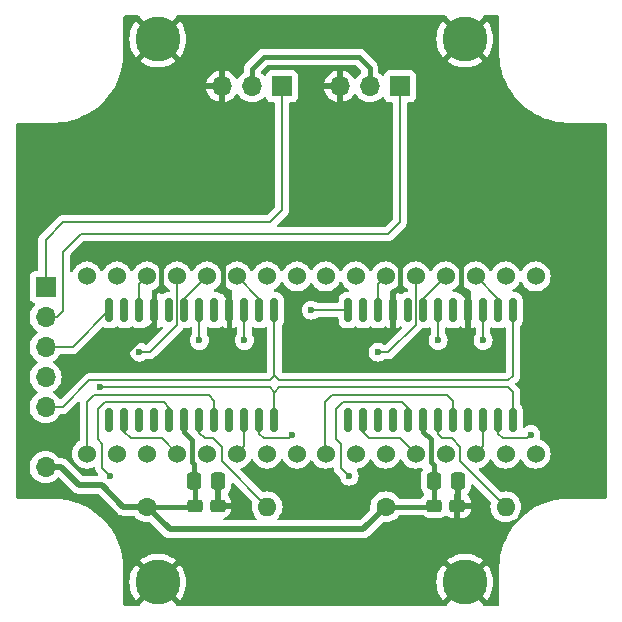
<source format=gbl>
G04 #@! TF.GenerationSoftware,KiCad,Pcbnew,8.0.2*
G04 #@! TF.CreationDate,2024-08-16T15:41:43+09:00*
G04 #@! TF.ProjectId,compatible_chan-v0-led,636f6d70-6174-4696-926c-655f6368616e,rev?*
G04 #@! TF.SameCoordinates,Original*
G04 #@! TF.FileFunction,Copper,L2,Bot*
G04 #@! TF.FilePolarity,Positive*
%FSLAX46Y46*%
G04 Gerber Fmt 4.6, Leading zero omitted, Abs format (unit mm)*
G04 Created by KiCad (PCBNEW 8.0.2) date 2024-08-16 15:41:43*
%MOMM*%
%LPD*%
G01*
G04 APERTURE LIST*
G04 Aperture macros list*
%AMRoundRect*
0 Rectangle with rounded corners*
0 $1 Rounding radius*
0 $2 $3 $4 $5 $6 $7 $8 $9 X,Y pos of 4 corners*
0 Add a 4 corners polygon primitive as box body*
4,1,4,$2,$3,$4,$5,$6,$7,$8,$9,$2,$3,0*
0 Add four circle primitives for the rounded corners*
1,1,$1+$1,$2,$3*
1,1,$1+$1,$4,$5*
1,1,$1+$1,$6,$7*
1,1,$1+$1,$8,$9*
0 Add four rect primitives between the rounded corners*
20,1,$1+$1,$2,$3,$4,$5,0*
20,1,$1+$1,$4,$5,$6,$7,0*
20,1,$1+$1,$6,$7,$8,$9,0*
20,1,$1+$1,$8,$9,$2,$3,0*%
G04 Aperture macros list end*
G04 #@! TA.AperFunction,ComponentPad*
%ADD10C,3.800000*%
G04 #@! TD*
G04 #@! TA.AperFunction,ComponentPad*
%ADD11C,1.524000*%
G04 #@! TD*
G04 #@! TA.AperFunction,ComponentPad*
%ADD12C,1.600000*%
G04 #@! TD*
G04 #@! TA.AperFunction,ComponentPad*
%ADD13O,1.600000X1.600000*%
G04 #@! TD*
G04 #@! TA.AperFunction,SMDPad,CuDef*
%ADD14RoundRect,0.250000X-0.400000X-0.275000X0.400000X-0.275000X0.400000X0.275000X-0.400000X0.275000X0*%
G04 #@! TD*
G04 #@! TA.AperFunction,SMDPad,CuDef*
%ADD15RoundRect,0.150000X-0.150000X0.875000X-0.150000X-0.875000X0.150000X-0.875000X0.150000X0.875000X0*%
G04 #@! TD*
G04 #@! TA.AperFunction,ComponentPad*
%ADD16R,1.700000X1.700000*%
G04 #@! TD*
G04 #@! TA.AperFunction,ComponentPad*
%ADD17O,1.700000X1.700000*%
G04 #@! TD*
G04 #@! TA.AperFunction,SMDPad,CuDef*
%ADD18RoundRect,0.250000X-0.337500X-0.475000X0.337500X-0.475000X0.337500X0.475000X-0.337500X0.475000X0*%
G04 #@! TD*
G04 #@! TA.AperFunction,ViaPad*
%ADD19C,0.600000*%
G04 #@! TD*
G04 #@! TA.AperFunction,Conductor*
%ADD20C,0.400000*%
G04 #@! TD*
G04 #@! TA.AperFunction,Conductor*
%ADD21C,0.200000*%
G04 #@! TD*
G04 #@! TA.AperFunction,Conductor*
%ADD22C,0.500000*%
G04 #@! TD*
G04 APERTURE END LIST*
D10*
X82000000Y-93500000D03*
D11*
X113990000Y-67600000D03*
X111450000Y-67600000D03*
X108910000Y-67600000D03*
X106370000Y-67600000D03*
X103830000Y-67600000D03*
X101290000Y-67600000D03*
X98750000Y-67600000D03*
X96210000Y-67600000D03*
X96210000Y-82600000D03*
X98750000Y-82600000D03*
X101290000Y-82600000D03*
X103830000Y-82600000D03*
X106370000Y-82600000D03*
X108910000Y-82600000D03*
X111450000Y-82600000D03*
X113990000Y-82600000D03*
D10*
X82000000Y-47500000D03*
X108000000Y-47500000D03*
D12*
X101300000Y-87100000D03*
D13*
X111460000Y-87100000D03*
D10*
X108000000Y-93500000D03*
D11*
X93790000Y-67600000D03*
X91250000Y-67600000D03*
X88710000Y-67600000D03*
X86170000Y-67600000D03*
X83630000Y-67600000D03*
X81090000Y-67600000D03*
X78550000Y-67600000D03*
X76010000Y-67600000D03*
X76010000Y-82600000D03*
X78550000Y-82600000D03*
X81090000Y-82600000D03*
X83630000Y-82600000D03*
X86170000Y-82600000D03*
X88710000Y-82600000D03*
X91250000Y-82600000D03*
X93790000Y-82600000D03*
D12*
X81100000Y-87100000D03*
D13*
X91260000Y-87100000D03*
D14*
X85125000Y-87000000D03*
X87075000Y-87000000D03*
D15*
X98115000Y-70450000D03*
X99385000Y-70450000D03*
X100655000Y-70450000D03*
X101925000Y-70450000D03*
X103195000Y-70450000D03*
X104465000Y-70450000D03*
X105735000Y-70450000D03*
X107005000Y-70450000D03*
X108275000Y-70450000D03*
X109545000Y-70450000D03*
X110815000Y-70450000D03*
X112085000Y-70450000D03*
X112085000Y-79750000D03*
X110815000Y-79750000D03*
X109545000Y-79750000D03*
X108275000Y-79750000D03*
X107005000Y-79750000D03*
X105735000Y-79750000D03*
X104465000Y-79750000D03*
X103195000Y-79750000D03*
X101925000Y-79750000D03*
X100655000Y-79750000D03*
X99385000Y-79750000D03*
X98115000Y-79750000D03*
D16*
X102500000Y-51500000D03*
D17*
X99960000Y-51500000D03*
X97420000Y-51500000D03*
D14*
X105425000Y-87000000D03*
X107375000Y-87000000D03*
D18*
X105362500Y-84900000D03*
X107437500Y-84900000D03*
D15*
X77915000Y-70450000D03*
X79185000Y-70450000D03*
X80455000Y-70450000D03*
X81725000Y-70450000D03*
X82995000Y-70450000D03*
X84265000Y-70450000D03*
X85535000Y-70450000D03*
X86805000Y-70450000D03*
X88075000Y-70450000D03*
X89345000Y-70450000D03*
X90615000Y-70450000D03*
X91885000Y-70450000D03*
X91885000Y-79750000D03*
X90615000Y-79750000D03*
X89345000Y-79750000D03*
X88075000Y-79750000D03*
X86805000Y-79750000D03*
X85535000Y-79750000D03*
X84265000Y-79750000D03*
X82995000Y-79750000D03*
X81725000Y-79750000D03*
X80455000Y-79750000D03*
X79185000Y-79750000D03*
X77915000Y-79750000D03*
D16*
X92525000Y-51500000D03*
D17*
X89985000Y-51500000D03*
X87445000Y-51500000D03*
D18*
X85062500Y-84900000D03*
X87137500Y-84900000D03*
D16*
X72500000Y-68500000D03*
D17*
X72500000Y-71040000D03*
X72500000Y-73580000D03*
X72500000Y-76120000D03*
X72500000Y-78660000D03*
X72500000Y-81200000D03*
X72500000Y-83740000D03*
D19*
X100000000Y-59500000D03*
X106000000Y-65500000D03*
X103000000Y-47000000D03*
X77500000Y-56000000D03*
X115500000Y-62500000D03*
X75000000Y-79500000D03*
X97500000Y-65500000D03*
X87000000Y-94000000D03*
X99000000Y-94000000D03*
X103000000Y-94000000D03*
X86000000Y-56000000D03*
X116000000Y-82000000D03*
X77500000Y-61000000D03*
X86000000Y-58500000D03*
X99000000Y-91000000D03*
X86000000Y-61000000D03*
X79000000Y-75000000D03*
X119000000Y-68000000D03*
X119000000Y-73000000D03*
X118000000Y-59500000D03*
X116000000Y-73000000D03*
X100000000Y-65500000D03*
X72500000Y-58500000D03*
X79000000Y-74000000D03*
X107400000Y-87000000D03*
X95000000Y-47000000D03*
X95000000Y-94000000D03*
X116000000Y-78000000D03*
X91000000Y-47000000D03*
X75000000Y-81000000D03*
X103500000Y-59500000D03*
X118000000Y-62500000D03*
X112000000Y-65500000D03*
X91000000Y-94000000D03*
X95000000Y-86000000D03*
X90500000Y-56000000D03*
X75000000Y-56000000D03*
X119000000Y-85000000D03*
X88500000Y-56000000D03*
X119000000Y-82000000D03*
X71000000Y-82000000D03*
X103500000Y-62500000D03*
X115500000Y-59500000D03*
X100000000Y-62500000D03*
X77500000Y-58500000D03*
X95000000Y-55500000D03*
X119000000Y-78000000D03*
X103000000Y-91000000D03*
X97500000Y-62500000D03*
X75000000Y-58500000D03*
X87000000Y-91000000D03*
X115500000Y-56500000D03*
X91000000Y-91000000D03*
X109000000Y-65500000D03*
X72500000Y-61000000D03*
X118000000Y-56500000D03*
X99000000Y-47000000D03*
X97500000Y-55500000D03*
X95000000Y-91000000D03*
X75000000Y-61000000D03*
X71000000Y-80500000D03*
X87100000Y-87000000D03*
X95000000Y-62500000D03*
X72500000Y-56000000D03*
X87000000Y-47000000D03*
X79185000Y-70450000D03*
X78000000Y-84500000D03*
X82995000Y-70450000D03*
X86805000Y-70450000D03*
X89345000Y-73000000D03*
X81725000Y-79750000D03*
X88075000Y-79750000D03*
X80455000Y-79750000D03*
X80455000Y-74000000D03*
X85535000Y-73000000D03*
X93400000Y-81000000D03*
X109545000Y-73000000D03*
X107005000Y-70450000D03*
X105735000Y-73000000D03*
X108275000Y-79750000D03*
X101925000Y-79750000D03*
X100655000Y-74000000D03*
X100655000Y-79750000D03*
X113600000Y-81000000D03*
X99385000Y-70450000D03*
X98200000Y-84500000D03*
X103195000Y-70450000D03*
X77915000Y-79750000D03*
X95000000Y-70450000D03*
X77100000Y-77000000D03*
D20*
X82300000Y-68400000D02*
X82300000Y-65000000D01*
X88075000Y-69425001D02*
X87500000Y-68850001D01*
X88075000Y-70450000D02*
X88075000Y-69425001D01*
D21*
X87100000Y-86975000D02*
X87100000Y-87000000D01*
X87100000Y-87000000D02*
X87075000Y-87000000D01*
X107375000Y-84962500D02*
X107437500Y-84900000D01*
D20*
X107400000Y-87000000D02*
X107375000Y-84962500D01*
X108275000Y-70450000D02*
X108275000Y-69425001D01*
D21*
X87075000Y-87000000D02*
X87075000Y-87000000D01*
D20*
X87137500Y-84900000D02*
X87137500Y-86937500D01*
X102500000Y-68425000D02*
X102500000Y-65000000D01*
X108275000Y-69425001D02*
X107700000Y-68850001D01*
D21*
X81725000Y-70450000D02*
X81725000Y-71275000D01*
D20*
X101925000Y-70450000D02*
X101925000Y-69000000D01*
X87500000Y-68850001D02*
X87500000Y-65000000D01*
X81725000Y-71575000D02*
X79300000Y-74000000D01*
D21*
X87137500Y-86937500D02*
X87100000Y-86975000D01*
D20*
X107700000Y-68850001D02*
X107700000Y-65000000D01*
X101925000Y-69000000D02*
X102500000Y-68425000D01*
D21*
X107375000Y-87000000D02*
X107400000Y-87000000D01*
D20*
X79300000Y-74000000D02*
X79000000Y-74000000D01*
X81725000Y-70450000D02*
X81725000Y-68975000D01*
X81725000Y-71275000D02*
X81725000Y-71575000D01*
X81725000Y-68975000D02*
X82300000Y-68400000D01*
D21*
X82995000Y-79750000D02*
X82995000Y-78695000D01*
X82500000Y-78200000D02*
X77500000Y-78200000D01*
X76900000Y-81400000D02*
X77300000Y-81800000D01*
X82995000Y-78695000D02*
X82500000Y-78200000D01*
X77300000Y-81800000D02*
X77300000Y-83800000D01*
X76900000Y-78800000D02*
X76900000Y-81400000D01*
X77300000Y-83800000D02*
X78000000Y-84500000D01*
X77500000Y-78200000D02*
X76900000Y-78800000D01*
X79185000Y-80774999D02*
X79710001Y-81300000D01*
X79185000Y-79750000D02*
X79185000Y-80774999D01*
X82330000Y-81300000D02*
X83630000Y-82600000D01*
X79710001Y-81300000D02*
X82330000Y-81300000D01*
X89345000Y-81965000D02*
X88710000Y-82600000D01*
X89345000Y-79750000D02*
X89345000Y-81965000D01*
X76010000Y-82600000D02*
X76010000Y-78190000D01*
X86300000Y-77600000D02*
X86805000Y-78105000D01*
X76600000Y-77600000D02*
X86300000Y-77600000D01*
X76010000Y-78190000D02*
X76600000Y-77600000D01*
X86805000Y-78105000D02*
X86805000Y-79750000D01*
X89345000Y-73000000D02*
X89345000Y-70450000D01*
X84265000Y-70450000D02*
X84265000Y-69505000D01*
X84265000Y-69505000D02*
X86170000Y-67600000D01*
X88710000Y-67600000D02*
X90615000Y-69505000D01*
X90615000Y-69505000D02*
X90615000Y-70450000D01*
X83630000Y-71695000D02*
X81325000Y-74000000D01*
X83630000Y-67600000D02*
X83630000Y-71695000D01*
X80455000Y-74000000D02*
X81325000Y-74000000D01*
X85535000Y-73000000D02*
X85535000Y-70450000D01*
X90615000Y-80915000D02*
X91000000Y-81300000D01*
X90615000Y-79750000D02*
X90615000Y-80915000D01*
X93100000Y-81300000D02*
X93400000Y-81000000D01*
X91000000Y-81300000D02*
X93100000Y-81300000D01*
X80455000Y-70450000D02*
X80455000Y-68235000D01*
X80455000Y-68235000D02*
X81090000Y-67600000D01*
X99900000Y-81300000D02*
X102530000Y-81300000D01*
X99385000Y-80785000D02*
X99900000Y-81300000D01*
X102530000Y-81300000D02*
X103830000Y-82600000D01*
X99385000Y-79750000D02*
X99385000Y-80785000D01*
X109545000Y-73000000D02*
X109545000Y-70450000D01*
X109545000Y-81965000D02*
X108910000Y-82600000D01*
X109545000Y-79750000D02*
X109545000Y-81965000D01*
X109545000Y-81965000D02*
X108910000Y-82600000D01*
X109545000Y-79750000D02*
X109545000Y-81965000D01*
X105735000Y-73000000D02*
X105735000Y-70450000D01*
X110815000Y-69505000D02*
X110815000Y-70450000D01*
X108910000Y-67600000D02*
X110815000Y-69505000D01*
X96210000Y-67600000D02*
X96930552Y-67600000D01*
X100655000Y-68235000D02*
X101290000Y-67600000D01*
X100655000Y-70450000D02*
X100655000Y-68235000D01*
X106490000Y-77600000D02*
X106995000Y-78105000D01*
X106995000Y-78105000D02*
X106995000Y-79750000D01*
X96200000Y-78190000D02*
X96790000Y-77600000D01*
X96790000Y-77600000D02*
X106490000Y-77600000D01*
X96200000Y-82600000D02*
X96200000Y-78190000D01*
X103830000Y-71695000D02*
X101525000Y-74000000D01*
X100655000Y-74000000D02*
X101525000Y-74000000D01*
X103830000Y-67600000D02*
X103830000Y-71695000D01*
X104465000Y-70450000D02*
X104465000Y-69505000D01*
X104465000Y-69505000D02*
X106370000Y-67600000D01*
X110815000Y-79750000D02*
X110815000Y-80915000D01*
X111200000Y-81300000D02*
X113300000Y-81300000D01*
X113300000Y-81300000D02*
X113600000Y-81000000D01*
X110815000Y-80915000D02*
X111200000Y-81300000D01*
X97700000Y-78200000D02*
X97100000Y-78800000D01*
X102700000Y-78200000D02*
X97700000Y-78200000D01*
X97500000Y-83800000D02*
X98200000Y-84500000D01*
X103195000Y-79750000D02*
X103195000Y-78695000D01*
X97500000Y-81800000D02*
X97500000Y-83800000D01*
X103195000Y-78695000D02*
X102700000Y-78200000D01*
X97100000Y-81400000D02*
X97500000Y-81800000D01*
X97100000Y-78800000D02*
X97100000Y-81400000D01*
D22*
X81100000Y-87100000D02*
X83000000Y-89000000D01*
X72500000Y-83740000D02*
X73837987Y-83740000D01*
D20*
X84265000Y-79750000D02*
X84265000Y-80774999D01*
X89985000Y-50015000D02*
X91000000Y-49000000D01*
X85062500Y-83462500D02*
X85062500Y-84900000D01*
X105100000Y-81400000D02*
X105100000Y-83300000D01*
X105362500Y-83562500D02*
X105362500Y-84900000D01*
X99960000Y-49960000D02*
X99960000Y-51500000D01*
X89985000Y-51500000D02*
X89985000Y-50015000D01*
X105362500Y-84900000D02*
X105362500Y-86937500D01*
X85125000Y-87000000D02*
X85125000Y-84962500D01*
X84900000Y-83300000D02*
X85062500Y-83462500D01*
D21*
X85025000Y-87100000D02*
X85125000Y-87000000D01*
D22*
X75347987Y-85250000D02*
X77250000Y-85250000D01*
X73837987Y-83740000D02*
X75347987Y-85250000D01*
D20*
X104465000Y-79750000D02*
X104465000Y-80765000D01*
X84265000Y-80774999D02*
X84900000Y-81409999D01*
X91000000Y-49000000D02*
X99000000Y-49000000D01*
D21*
X85125000Y-84962500D02*
X85062500Y-84900000D01*
D22*
X79100000Y-87100000D02*
X81100000Y-87100000D01*
D20*
X84900000Y-81409999D02*
X84900000Y-83300000D01*
X81100000Y-87100000D02*
X85025000Y-87100000D01*
D22*
X83000000Y-89000000D02*
X99400000Y-89000000D01*
X77250000Y-85250000D02*
X79100000Y-87100000D01*
D20*
X104465000Y-80765000D02*
X105100000Y-81400000D01*
X101300000Y-87100000D02*
X105325000Y-87100000D01*
D21*
X105362500Y-86937500D02*
X105425000Y-87000000D01*
X105325000Y-87100000D02*
X105425000Y-87000000D01*
D22*
X99400000Y-89000000D02*
X101300000Y-87100000D01*
D20*
X105100000Y-83300000D02*
X105362500Y-83562500D01*
X99000000Y-49000000D02*
X99960000Y-49960000D01*
D21*
X95000000Y-70450000D02*
X98115000Y-70450000D01*
X74785000Y-73580000D02*
X77915000Y-70450000D01*
X72500000Y-73580000D02*
X74785000Y-73580000D01*
X91885000Y-76015000D02*
X91900000Y-76015000D01*
X91885000Y-76015000D02*
X91885000Y-70450000D01*
X76200000Y-76400000D02*
X91500000Y-76400000D01*
X111670000Y-76400000D02*
X112085000Y-75985000D01*
X91500000Y-76400000D02*
X91885000Y-76015000D01*
X91900000Y-76015000D02*
X92285000Y-76400000D01*
X72500000Y-78660000D02*
X73940000Y-78660000D01*
X73940000Y-78660000D02*
X76200000Y-76400000D01*
X112085000Y-75985000D02*
X112085000Y-70450000D01*
X92285000Y-76400000D02*
X111670000Y-76400000D01*
X112085000Y-77400000D02*
X112085000Y-79750000D01*
X91885000Y-77385000D02*
X91885000Y-77400000D01*
X91885000Y-77400000D02*
X91900000Y-77400000D01*
X91885000Y-77400000D02*
X91885000Y-80463105D01*
X111685000Y-77000000D02*
X112085000Y-77400000D01*
X91900000Y-77400000D02*
X92300000Y-77000000D01*
X77100000Y-77000000D02*
X91500000Y-77000000D01*
X91500000Y-77000000D02*
X91885000Y-77385000D01*
X92300000Y-77000000D02*
X111685000Y-77000000D01*
X75500000Y-64000000D02*
X101500000Y-64000000D01*
X101500000Y-64000000D02*
X102500000Y-63000000D01*
X74000000Y-65500000D02*
X75500000Y-64000000D01*
X74000000Y-70500000D02*
X74000000Y-65500000D01*
X72500000Y-71040000D02*
X73460000Y-71040000D01*
X73460000Y-71040000D02*
X74000000Y-70500000D01*
X102500000Y-63000000D02*
X102500000Y-51500000D01*
X87400000Y-82000000D02*
X87400000Y-83240000D01*
X86700000Y-81300000D02*
X87400000Y-82000000D01*
X86000000Y-81300000D02*
X86700000Y-81300000D01*
X85535000Y-80835000D02*
X86000000Y-81300000D01*
X85535000Y-79750000D02*
X85535000Y-80835000D01*
X87400000Y-83240000D02*
X91260000Y-87100000D01*
X105735000Y-79750000D02*
X105735000Y-80935000D01*
X105735000Y-80935000D02*
X106100000Y-81300000D01*
X106900000Y-81300000D02*
X107600000Y-82000000D01*
X107600000Y-83240000D02*
X111460000Y-87100000D01*
X106100000Y-81300000D02*
X106900000Y-81300000D01*
X107600000Y-82000000D02*
X107600000Y-83240000D01*
X92525000Y-61975000D02*
X92525000Y-51500000D01*
X74000000Y-63000000D02*
X91500000Y-63000000D01*
X72500000Y-64500000D02*
X74000000Y-63000000D01*
X72500000Y-68500000D02*
X72500000Y-64500000D01*
X91500000Y-63000000D02*
X92525000Y-61975000D01*
G04 #@! TA.AperFunction,Conductor*
G36*
X87330539Y-84669685D02*
G01*
X87376294Y-84722489D01*
X87387500Y-84774000D01*
X87387500Y-86054138D01*
X87367815Y-86121177D01*
X87351181Y-86141819D01*
X87325000Y-86168000D01*
X87325000Y-86750000D01*
X88224999Y-86750000D01*
X88224999Y-86675028D01*
X88224998Y-86675013D01*
X88214505Y-86572302D01*
X88159358Y-86405880D01*
X88159356Y-86405875D01*
X88067315Y-86256654D01*
X87948342Y-86137681D01*
X87914857Y-86076358D01*
X87919841Y-86006666D01*
X87948342Y-85962319D01*
X88067315Y-85843345D01*
X88159356Y-85694124D01*
X88159358Y-85694119D01*
X88214505Y-85527697D01*
X88214506Y-85527690D01*
X88224999Y-85424986D01*
X88224999Y-85213597D01*
X88244683Y-85146557D01*
X88297487Y-85100802D01*
X88366645Y-85090858D01*
X88430201Y-85119883D01*
X88436680Y-85125915D01*
X89968058Y-86657293D01*
X90001543Y-86718616D01*
X90000152Y-86777067D01*
X89974366Y-86873302D01*
X89974364Y-86873313D01*
X89954532Y-87099998D01*
X89954532Y-87100001D01*
X89974364Y-87326686D01*
X89974366Y-87326697D01*
X90033258Y-87546488D01*
X90033261Y-87546497D01*
X90129431Y-87752732D01*
X90129432Y-87752734D01*
X90259954Y-87939141D01*
X90358632Y-88037819D01*
X90392117Y-88099142D01*
X90387133Y-88168834D01*
X90345261Y-88224767D01*
X90279797Y-88249184D01*
X90270951Y-88249500D01*
X87686956Y-88249500D01*
X87619917Y-88229815D01*
X87574162Y-88177011D01*
X87564218Y-88107853D01*
X87593243Y-88044297D01*
X87647952Y-88007794D01*
X87794119Y-87959358D01*
X87794124Y-87959356D01*
X87943345Y-87867315D01*
X88067315Y-87743345D01*
X88159356Y-87594124D01*
X88159358Y-87594119D01*
X88214505Y-87427697D01*
X88214506Y-87427690D01*
X88224999Y-87324986D01*
X88225000Y-87324973D01*
X88225000Y-87250000D01*
X86949000Y-87250000D01*
X86881961Y-87230315D01*
X86836206Y-87177511D01*
X86825000Y-87126000D01*
X86825000Y-86045862D01*
X86844685Y-85978823D01*
X86861319Y-85958181D01*
X86887500Y-85932000D01*
X86887500Y-84774000D01*
X86907185Y-84706961D01*
X86959989Y-84661206D01*
X87011500Y-84650000D01*
X87263500Y-84650000D01*
X87330539Y-84669685D01*
G37*
G04 #@! TD.AperFunction*
G04 #@! TA.AperFunction,Conductor*
G36*
X102627865Y-83053435D02*
G01*
X102672382Y-83104811D01*
X102732464Y-83233658D01*
X102732468Y-83233666D01*
X102859170Y-83414615D01*
X102859175Y-83414621D01*
X103015378Y-83570824D01*
X103015384Y-83570829D01*
X103196333Y-83697531D01*
X103196335Y-83697532D01*
X103196338Y-83697534D01*
X103396550Y-83790894D01*
X103609932Y-83848070D01*
X103746616Y-83860028D01*
X103829998Y-83867323D01*
X103830000Y-83867323D01*
X103830002Y-83867323D01*
X103890752Y-83862008D01*
X104050068Y-83848070D01*
X104263450Y-83790894D01*
X104268327Y-83788620D01*
X104337404Y-83778127D01*
X104401188Y-83806646D01*
X104439429Y-83865122D01*
X104439984Y-83934989D01*
X104426272Y-83966097D01*
X104340189Y-84105659D01*
X104340186Y-84105666D01*
X104285001Y-84272203D01*
X104285001Y-84272204D01*
X104285000Y-84272204D01*
X104274500Y-84374983D01*
X104274500Y-85425001D01*
X104274501Y-85425019D01*
X104285000Y-85527796D01*
X104285001Y-85527799D01*
X104340115Y-85694119D01*
X104340186Y-85694334D01*
X104432096Y-85843345D01*
X104432289Y-85843657D01*
X104550951Y-85962319D01*
X104584436Y-86023642D01*
X104579452Y-86093334D01*
X104550951Y-86137681D01*
X104432289Y-86256342D01*
X104415122Y-86284174D01*
X104388701Y-86327011D01*
X104380321Y-86340597D01*
X104328373Y-86387321D01*
X104274782Y-86399500D01*
X102461673Y-86399500D01*
X102394634Y-86379815D01*
X102360098Y-86346623D01*
X102300045Y-86260858D01*
X102139141Y-86099954D01*
X101952734Y-85969432D01*
X101952732Y-85969431D01*
X101746497Y-85873261D01*
X101746488Y-85873258D01*
X101526697Y-85814366D01*
X101526693Y-85814365D01*
X101526692Y-85814365D01*
X101526691Y-85814364D01*
X101526686Y-85814364D01*
X101300002Y-85794532D01*
X101299998Y-85794532D01*
X101073313Y-85814364D01*
X101073302Y-85814366D01*
X100853511Y-85873258D01*
X100853502Y-85873261D01*
X100647267Y-85969431D01*
X100647265Y-85969432D01*
X100460858Y-86099954D01*
X100299954Y-86260858D01*
X100169432Y-86447265D01*
X100169431Y-86447267D01*
X100073261Y-86653502D01*
X100073258Y-86653511D01*
X100014366Y-86873302D01*
X100014364Y-86873313D01*
X99994532Y-87099998D01*
X99994532Y-87100003D01*
X100009129Y-87266861D01*
X99995362Y-87335360D01*
X99973282Y-87365348D01*
X99125451Y-88213181D01*
X99064128Y-88246666D01*
X99037770Y-88249500D01*
X92249049Y-88249500D01*
X92182010Y-88229815D01*
X92136255Y-88177011D01*
X92126311Y-88107853D01*
X92155336Y-88044297D01*
X92161368Y-88037819D01*
X92260045Y-87939141D01*
X92260047Y-87939139D01*
X92390568Y-87752734D01*
X92486739Y-87546496D01*
X92545635Y-87326692D01*
X92565468Y-87100000D01*
X92545635Y-86873308D01*
X92486739Y-86653504D01*
X92390568Y-86447266D01*
X92260047Y-86260861D01*
X92260045Y-86260858D01*
X92099141Y-86099954D01*
X91912734Y-85969432D01*
X91912732Y-85969431D01*
X91706497Y-85873261D01*
X91706488Y-85873258D01*
X91486697Y-85814366D01*
X91486693Y-85814365D01*
X91486692Y-85814365D01*
X91486691Y-85814364D01*
X91486686Y-85814364D01*
X91260002Y-85794532D01*
X91259998Y-85794532D01*
X91033313Y-85814364D01*
X91033302Y-85814366D01*
X90937067Y-85840152D01*
X90867217Y-85838489D01*
X90817293Y-85808058D01*
X89024549Y-84015314D01*
X88991064Y-83953991D01*
X88996048Y-83884299D01*
X89037920Y-83828366D01*
X89080135Y-83807859D01*
X89119790Y-83797233D01*
X89143440Y-83790897D01*
X89143441Y-83790896D01*
X89143450Y-83790894D01*
X89343662Y-83697534D01*
X89524620Y-83570826D01*
X89680826Y-83414620D01*
X89807534Y-83233662D01*
X89867618Y-83104811D01*
X89913790Y-83052371D01*
X89980983Y-83033219D01*
X90047865Y-83053435D01*
X90092382Y-83104811D01*
X90152464Y-83233658D01*
X90152468Y-83233666D01*
X90279170Y-83414615D01*
X90279175Y-83414621D01*
X90435378Y-83570824D01*
X90435384Y-83570829D01*
X90616333Y-83697531D01*
X90616335Y-83697532D01*
X90616338Y-83697534D01*
X90816550Y-83790894D01*
X91029932Y-83848070D01*
X91166616Y-83860028D01*
X91249998Y-83867323D01*
X91250000Y-83867323D01*
X91250002Y-83867323D01*
X91310752Y-83862008D01*
X91470068Y-83848070D01*
X91683450Y-83790894D01*
X91883662Y-83697534D01*
X92064620Y-83570826D01*
X92220826Y-83414620D01*
X92347534Y-83233662D01*
X92407618Y-83104811D01*
X92453790Y-83052371D01*
X92520983Y-83033219D01*
X92587865Y-83053435D01*
X92632382Y-83104811D01*
X92692464Y-83233658D01*
X92692468Y-83233666D01*
X92819170Y-83414615D01*
X92819175Y-83414621D01*
X92975378Y-83570824D01*
X92975384Y-83570829D01*
X93156333Y-83697531D01*
X93156335Y-83697532D01*
X93156338Y-83697534D01*
X93356550Y-83790894D01*
X93569932Y-83848070D01*
X93706616Y-83860028D01*
X93789998Y-83867323D01*
X93790000Y-83867323D01*
X93790002Y-83867323D01*
X93850752Y-83862008D01*
X94010068Y-83848070D01*
X94223450Y-83790894D01*
X94423662Y-83697534D01*
X94604620Y-83570826D01*
X94760826Y-83414620D01*
X94887534Y-83233662D01*
X94887618Y-83233481D01*
X94887675Y-83233416D01*
X94890239Y-83228976D01*
X94891131Y-83229491D01*
X94933788Y-83181043D01*
X95000982Y-83161890D01*
X95067863Y-83182105D01*
X95108905Y-83229469D01*
X95109761Y-83228976D01*
X95112322Y-83233413D01*
X95112381Y-83233481D01*
X95112466Y-83233662D01*
X95112467Y-83233663D01*
X95112468Y-83233666D01*
X95239170Y-83414615D01*
X95239175Y-83414621D01*
X95395378Y-83570824D01*
X95395384Y-83570829D01*
X95576333Y-83697531D01*
X95576335Y-83697532D01*
X95576338Y-83697534D01*
X95776550Y-83790894D01*
X95989932Y-83848070D01*
X96126616Y-83860028D01*
X96209998Y-83867323D01*
X96210000Y-83867323D01*
X96210002Y-83867323D01*
X96270752Y-83862008D01*
X96430068Y-83848070D01*
X96643450Y-83790894D01*
X96723095Y-83753754D01*
X96792172Y-83743263D01*
X96855956Y-83771783D01*
X96894195Y-83830259D01*
X96899499Y-83866137D01*
X96899499Y-83879054D01*
X96899498Y-83879054D01*
X96940423Y-84031784D01*
X96940423Y-84031786D01*
X96940457Y-84031843D01*
X96940575Y-84032048D01*
X97019477Y-84168712D01*
X97019481Y-84168717D01*
X97138349Y-84287585D01*
X97138355Y-84287590D01*
X97369298Y-84518533D01*
X97402783Y-84579856D01*
X97404837Y-84592330D01*
X97414630Y-84679249D01*
X97474210Y-84849521D01*
X97514747Y-84914035D01*
X97570184Y-85002262D01*
X97697738Y-85129816D01*
X97766233Y-85172854D01*
X97831074Y-85213597D01*
X97850478Y-85225789D01*
X97909830Y-85246557D01*
X98020745Y-85285368D01*
X98020750Y-85285369D01*
X98199996Y-85305565D01*
X98200000Y-85305565D01*
X98200004Y-85305565D01*
X98379249Y-85285369D01*
X98379252Y-85285368D01*
X98379255Y-85285368D01*
X98549522Y-85225789D01*
X98702262Y-85129816D01*
X98829816Y-85002262D01*
X98925789Y-84849522D01*
X98985368Y-84679255D01*
X98985369Y-84679249D01*
X99005565Y-84500003D01*
X99005565Y-84499996D01*
X98985369Y-84320750D01*
X98985368Y-84320745D01*
X98968382Y-84272203D01*
X98925789Y-84150478D01*
X98855940Y-84039314D01*
X98836940Y-83972077D01*
X98857308Y-83905242D01*
X98910575Y-83860028D01*
X98950126Y-83849814D01*
X98970068Y-83848070D01*
X99183450Y-83790894D01*
X99383662Y-83697534D01*
X99564620Y-83570826D01*
X99720826Y-83414620D01*
X99847534Y-83233662D01*
X99907618Y-83104811D01*
X99953790Y-83052371D01*
X100020983Y-83033219D01*
X100087865Y-83053435D01*
X100132382Y-83104811D01*
X100192464Y-83233658D01*
X100192468Y-83233666D01*
X100319170Y-83414615D01*
X100319175Y-83414621D01*
X100475378Y-83570824D01*
X100475384Y-83570829D01*
X100656333Y-83697531D01*
X100656335Y-83697532D01*
X100656338Y-83697534D01*
X100856550Y-83790894D01*
X101069932Y-83848070D01*
X101206616Y-83860028D01*
X101289998Y-83867323D01*
X101290000Y-83867323D01*
X101290002Y-83867323D01*
X101350752Y-83862008D01*
X101510068Y-83848070D01*
X101723450Y-83790894D01*
X101923662Y-83697534D01*
X102104620Y-83570826D01*
X102260826Y-83414620D01*
X102387534Y-83233662D01*
X102447618Y-83104811D01*
X102493790Y-83052371D01*
X102560983Y-83033219D01*
X102627865Y-83053435D01*
G37*
G04 #@! TD.AperFunction*
G04 #@! TA.AperFunction,Conductor*
G36*
X87507865Y-68053435D02*
G01*
X87552382Y-68104811D01*
X87612464Y-68233658D01*
X87612468Y-68233666D01*
X87739170Y-68414615D01*
X87739175Y-68414621D01*
X87895378Y-68570824D01*
X87895384Y-68570829D01*
X88076333Y-68697531D01*
X88076335Y-68697532D01*
X88076338Y-68697534D01*
X88196362Y-68753502D01*
X88253404Y-68780101D01*
X88305844Y-68826273D01*
X88325000Y-68892483D01*
X88325000Y-71972295D01*
X88325001Y-71972295D01*
X88327486Y-71972100D01*
X88485198Y-71926281D01*
X88557379Y-71883594D01*
X88625103Y-71866411D01*
X88691365Y-71888571D01*
X88735129Y-71943037D01*
X88744500Y-71990326D01*
X88744500Y-72417587D01*
X88724815Y-72484626D01*
X88717450Y-72494896D01*
X88715186Y-72497734D01*
X88619211Y-72650476D01*
X88559631Y-72820745D01*
X88559630Y-72820750D01*
X88539435Y-72999996D01*
X88539435Y-73000003D01*
X88559630Y-73179249D01*
X88559631Y-73179254D01*
X88619211Y-73349523D01*
X88645346Y-73391116D01*
X88715184Y-73502262D01*
X88842738Y-73629816D01*
X88995478Y-73725789D01*
X89165745Y-73785368D01*
X89165750Y-73785369D01*
X89344996Y-73805565D01*
X89345000Y-73805565D01*
X89345004Y-73805565D01*
X89524249Y-73785369D01*
X89524252Y-73785368D01*
X89524255Y-73785368D01*
X89694522Y-73725789D01*
X89847262Y-73629816D01*
X89974816Y-73502262D01*
X90070789Y-73349522D01*
X90130368Y-73179255D01*
X90130369Y-73179249D01*
X90150565Y-73000003D01*
X90150565Y-72999996D01*
X90130369Y-72820750D01*
X90130368Y-72820745D01*
X90070788Y-72650476D01*
X90002317Y-72541506D01*
X89974816Y-72497738D01*
X89974814Y-72497736D01*
X89974813Y-72497734D01*
X89972550Y-72494896D01*
X89971659Y-72492715D01*
X89971111Y-72491842D01*
X89971264Y-72491745D01*
X89946144Y-72430209D01*
X89945500Y-72417587D01*
X89945500Y-71990906D01*
X89965185Y-71923867D01*
X90017989Y-71878112D01*
X90087147Y-71868168D01*
X90132617Y-71884172D01*
X90204602Y-71926744D01*
X90246224Y-71938836D01*
X90362426Y-71972597D01*
X90362429Y-71972597D01*
X90362431Y-71972598D01*
X90399306Y-71975500D01*
X90399314Y-71975500D01*
X90830686Y-71975500D01*
X90830694Y-71975500D01*
X90867569Y-71972598D01*
X90867571Y-71972597D01*
X90867573Y-71972597D01*
X90967321Y-71943617D01*
X91025398Y-71926744D01*
X91097381Y-71884173D01*
X91165102Y-71866991D01*
X91231365Y-71889151D01*
X91275129Y-71943617D01*
X91284500Y-71990906D01*
X91284500Y-75675500D01*
X91264815Y-75742539D01*
X91212011Y-75788294D01*
X91160500Y-75799500D01*
X76286670Y-75799500D01*
X76286654Y-75799499D01*
X76279058Y-75799499D01*
X76120943Y-75799499D01*
X76044579Y-75819961D01*
X75968214Y-75840423D01*
X75968209Y-75840426D01*
X75831290Y-75919475D01*
X75831282Y-75919481D01*
X73817472Y-77933291D01*
X73756149Y-77966776D01*
X73686457Y-77961792D01*
X73630524Y-77919920D01*
X73628216Y-77916734D01*
X73561381Y-77821284D01*
X73538495Y-77788599D01*
X73538493Y-77788597D01*
X73538491Y-77788594D01*
X73371402Y-77621506D01*
X73371396Y-77621501D01*
X73185842Y-77491575D01*
X73142217Y-77436998D01*
X73135023Y-77367500D01*
X73166546Y-77305145D01*
X73185842Y-77288425D01*
X73208026Y-77272891D01*
X73371401Y-77158495D01*
X73538495Y-76991401D01*
X73674035Y-76797830D01*
X73773903Y-76583663D01*
X73835063Y-76355408D01*
X73855659Y-76120000D01*
X73835063Y-75884592D01*
X73773903Y-75656337D01*
X73674035Y-75442171D01*
X73538495Y-75248599D01*
X73538494Y-75248597D01*
X73371402Y-75081506D01*
X73371396Y-75081501D01*
X73185842Y-74951575D01*
X73142217Y-74896998D01*
X73135023Y-74827500D01*
X73166546Y-74765145D01*
X73185842Y-74748425D01*
X73218171Y-74725788D01*
X73371401Y-74618495D01*
X73538495Y-74451401D01*
X73674035Y-74257830D01*
X73676707Y-74252097D01*
X73722878Y-74199658D01*
X73789091Y-74180500D01*
X74698331Y-74180500D01*
X74698347Y-74180501D01*
X74705943Y-74180501D01*
X74864054Y-74180501D01*
X74864057Y-74180501D01*
X75016785Y-74139577D01*
X75066904Y-74110639D01*
X75153716Y-74060520D01*
X75265520Y-73948716D01*
X75265520Y-73948714D01*
X75275728Y-73938507D01*
X75275730Y-73938504D01*
X77300162Y-71914071D01*
X77361483Y-71880588D01*
X77431175Y-71885572D01*
X77450959Y-71895020D01*
X77504602Y-71926744D01*
X77504604Y-71926744D01*
X77504605Y-71926745D01*
X77662426Y-71972597D01*
X77662429Y-71972597D01*
X77662431Y-71972598D01*
X77699306Y-71975500D01*
X77699314Y-71975500D01*
X78130686Y-71975500D01*
X78130694Y-71975500D01*
X78167569Y-71972598D01*
X78167571Y-71972597D01*
X78167573Y-71972597D01*
X78267321Y-71943617D01*
X78325398Y-71926744D01*
X78466865Y-71843081D01*
X78466870Y-71843075D01*
X78473031Y-71838298D01*
X78474933Y-71840750D01*
X78523579Y-71814155D01*
X78593274Y-71819104D01*
X78625695Y-71839940D01*
X78626969Y-71838298D01*
X78633132Y-71843078D01*
X78633135Y-71843081D01*
X78774602Y-71926744D01*
X78816224Y-71938836D01*
X78932426Y-71972597D01*
X78932429Y-71972597D01*
X78932431Y-71972598D01*
X78969306Y-71975500D01*
X78969314Y-71975500D01*
X79400686Y-71975500D01*
X79400694Y-71975500D01*
X79437569Y-71972598D01*
X79437571Y-71972597D01*
X79437573Y-71972597D01*
X79537321Y-71943617D01*
X79595398Y-71926744D01*
X79736865Y-71843081D01*
X79736870Y-71843075D01*
X79743031Y-71838298D01*
X79744933Y-71840750D01*
X79793579Y-71814155D01*
X79863274Y-71819104D01*
X79895695Y-71839940D01*
X79896969Y-71838298D01*
X79903132Y-71843078D01*
X79903135Y-71843081D01*
X80044602Y-71926744D01*
X80086224Y-71938836D01*
X80202426Y-71972597D01*
X80202429Y-71972597D01*
X80202431Y-71972598D01*
X80239306Y-71975500D01*
X80239314Y-71975500D01*
X80670686Y-71975500D01*
X80670694Y-71975500D01*
X80707569Y-71972598D01*
X80707571Y-71972597D01*
X80707573Y-71972597D01*
X80807321Y-71943617D01*
X80865398Y-71926744D01*
X81006865Y-71843081D01*
X81006870Y-71843076D01*
X81013026Y-71838301D01*
X81014839Y-71840638D01*
X81063949Y-71813798D01*
X81133643Y-71818756D01*
X81165996Y-71839551D01*
X81167278Y-71837900D01*
X81173447Y-71842685D01*
X81314801Y-71926281D01*
X81472514Y-71972100D01*
X81472511Y-71972100D01*
X81474998Y-71972295D01*
X81475000Y-71972295D01*
X81475000Y-68892483D01*
X81494685Y-68825444D01*
X81546596Y-68780101D01*
X81566905Y-68770630D01*
X81723662Y-68697534D01*
X81904620Y-68570826D01*
X82060826Y-68414620D01*
X82187534Y-68233662D01*
X82247618Y-68104811D01*
X82293790Y-68052371D01*
X82360983Y-68033219D01*
X82427865Y-68053435D01*
X82472382Y-68104811D01*
X82532464Y-68233658D01*
X82532468Y-68233666D01*
X82588761Y-68314060D01*
X82659174Y-68414620D01*
X82815380Y-68570826D01*
X82976623Y-68683729D01*
X83020248Y-68738306D01*
X83029500Y-68785304D01*
X83029500Y-68800500D01*
X83009815Y-68867539D01*
X82957011Y-68913294D01*
X82905500Y-68924500D01*
X82779298Y-68924500D01*
X82742432Y-68927401D01*
X82742426Y-68927402D01*
X82584606Y-68973254D01*
X82584603Y-68973255D01*
X82443140Y-69056915D01*
X82436974Y-69061699D01*
X82435174Y-69059379D01*
X82385913Y-69086230D01*
X82316225Y-69081193D01*
X82283992Y-69060461D01*
X82282722Y-69062100D01*
X82276552Y-69057314D01*
X82135196Y-68973717D01*
X82135193Y-68973716D01*
X81977494Y-68927900D01*
X81977497Y-68927900D01*
X81975000Y-68927703D01*
X81975000Y-71972295D01*
X81975001Y-71972295D01*
X81977486Y-71972100D01*
X82135198Y-71926281D01*
X82276550Y-71842686D01*
X82282717Y-71837903D01*
X82284630Y-71840369D01*
X82333222Y-71813802D01*
X82402917Y-71818749D01*
X82435769Y-71839858D01*
X82436976Y-71838304D01*
X82438751Y-71839681D01*
X82441570Y-71843586D01*
X82447360Y-71847306D01*
X82448684Y-71848631D01*
X82446668Y-71850645D01*
X82479655Y-71896327D01*
X82483440Y-71966094D01*
X82450426Y-72025337D01*
X81118133Y-73357631D01*
X81056810Y-73391116D01*
X80987118Y-73386132D01*
X80963772Y-73372911D01*
X80963158Y-73373889D01*
X80804523Y-73274211D01*
X80634254Y-73214631D01*
X80634249Y-73214630D01*
X80455004Y-73194435D01*
X80454996Y-73194435D01*
X80275750Y-73214630D01*
X80275745Y-73214631D01*
X80105476Y-73274211D01*
X79952737Y-73370184D01*
X79825184Y-73497737D01*
X79729211Y-73650476D01*
X79669633Y-73820742D01*
X79669630Y-73820750D01*
X79649435Y-73999996D01*
X79649435Y-74000003D01*
X79669630Y-74179249D01*
X79669631Y-74179254D01*
X79729211Y-74349523D01*
X79825184Y-74502262D01*
X79952738Y-74629816D01*
X80105478Y-74725789D01*
X80217951Y-74765145D01*
X80275745Y-74785368D01*
X80275750Y-74785369D01*
X80454996Y-74805565D01*
X80455000Y-74805565D01*
X80455004Y-74805565D01*
X80634249Y-74785369D01*
X80634252Y-74785368D01*
X80634255Y-74785368D01*
X80804522Y-74725789D01*
X80957262Y-74629816D01*
X80957267Y-74629810D01*
X80960097Y-74627555D01*
X80962275Y-74626665D01*
X80963158Y-74626111D01*
X80963255Y-74626265D01*
X81024783Y-74601145D01*
X81037412Y-74600500D01*
X81238331Y-74600500D01*
X81238347Y-74600501D01*
X81245943Y-74600501D01*
X81404054Y-74600501D01*
X81404057Y-74600501D01*
X81556785Y-74559577D01*
X81606904Y-74530639D01*
X81693716Y-74480520D01*
X81805520Y-74368716D01*
X81805520Y-74368714D01*
X81815728Y-74358507D01*
X81815730Y-74358504D01*
X83988506Y-72185728D01*
X83988511Y-72185724D01*
X83998714Y-72175520D01*
X83998716Y-72175520D01*
X84110520Y-72063716D01*
X84125656Y-72037500D01*
X84176222Y-71989285D01*
X84233043Y-71975500D01*
X84480686Y-71975500D01*
X84480694Y-71975500D01*
X84517569Y-71972598D01*
X84517571Y-71972597D01*
X84517573Y-71972597D01*
X84617321Y-71943617D01*
X84675398Y-71926744D01*
X84747381Y-71884173D01*
X84815102Y-71866991D01*
X84881365Y-71889151D01*
X84925129Y-71943617D01*
X84934500Y-71990906D01*
X84934500Y-72417587D01*
X84914815Y-72484626D01*
X84907450Y-72494896D01*
X84905186Y-72497734D01*
X84809211Y-72650476D01*
X84749631Y-72820745D01*
X84749630Y-72820750D01*
X84729435Y-72999996D01*
X84729435Y-73000003D01*
X84749630Y-73179249D01*
X84749631Y-73179254D01*
X84809211Y-73349523D01*
X84835346Y-73391116D01*
X84905184Y-73502262D01*
X85032738Y-73629816D01*
X85185478Y-73725789D01*
X85355745Y-73785368D01*
X85355750Y-73785369D01*
X85534996Y-73805565D01*
X85535000Y-73805565D01*
X85535004Y-73805565D01*
X85714249Y-73785369D01*
X85714252Y-73785368D01*
X85714255Y-73785368D01*
X85884522Y-73725789D01*
X86037262Y-73629816D01*
X86164816Y-73502262D01*
X86260789Y-73349522D01*
X86320368Y-73179255D01*
X86320369Y-73179249D01*
X86340565Y-73000003D01*
X86340565Y-72999996D01*
X86320369Y-72820750D01*
X86320368Y-72820745D01*
X86260788Y-72650476D01*
X86192317Y-72541506D01*
X86164816Y-72497738D01*
X86164814Y-72497736D01*
X86164813Y-72497734D01*
X86162550Y-72494896D01*
X86161659Y-72492715D01*
X86161111Y-72491842D01*
X86161264Y-72491745D01*
X86136144Y-72430209D01*
X86135500Y-72417587D01*
X86135500Y-71990906D01*
X86155185Y-71923867D01*
X86207989Y-71878112D01*
X86277147Y-71868168D01*
X86322617Y-71884172D01*
X86394602Y-71926744D01*
X86436224Y-71938836D01*
X86552426Y-71972597D01*
X86552429Y-71972597D01*
X86552431Y-71972598D01*
X86589306Y-71975500D01*
X86589314Y-71975500D01*
X87020686Y-71975500D01*
X87020694Y-71975500D01*
X87057569Y-71972598D01*
X87057571Y-71972597D01*
X87057573Y-71972597D01*
X87157321Y-71943617D01*
X87215398Y-71926744D01*
X87356865Y-71843081D01*
X87356870Y-71843076D01*
X87363026Y-71838301D01*
X87364839Y-71840638D01*
X87413949Y-71813798D01*
X87483643Y-71818756D01*
X87515996Y-71839551D01*
X87517278Y-71837900D01*
X87523447Y-71842685D01*
X87664801Y-71926281D01*
X87822514Y-71972100D01*
X87822511Y-71972100D01*
X87824998Y-71972295D01*
X87825000Y-71972295D01*
X87825000Y-68927703D01*
X87822503Y-68927900D01*
X87664806Y-68973716D01*
X87664803Y-68973717D01*
X87523449Y-69057313D01*
X87517283Y-69062097D01*
X87515389Y-69059655D01*
X87466580Y-69086239D01*
X87396894Y-69081179D01*
X87364227Y-69060159D01*
X87363031Y-69061702D01*
X87356862Y-69056917D01*
X87220261Y-68976132D01*
X87215398Y-68973256D01*
X87215397Y-68973255D01*
X87215396Y-68973255D01*
X87215393Y-68973254D01*
X87057573Y-68927402D01*
X87057567Y-68927401D01*
X87020701Y-68924500D01*
X87020694Y-68924500D01*
X86872799Y-68924500D01*
X86805760Y-68904815D01*
X86760005Y-68852011D01*
X86750061Y-68782853D01*
X86779086Y-68719297D01*
X86801676Y-68698925D01*
X86881693Y-68642895D01*
X86984620Y-68570826D01*
X87140826Y-68414620D01*
X87267534Y-68233662D01*
X87327618Y-68104811D01*
X87373790Y-68052371D01*
X87440983Y-68033219D01*
X87507865Y-68053435D01*
G37*
G04 #@! TD.AperFunction*
G04 #@! TA.AperFunction,Conductor*
G36*
X107707865Y-68053435D02*
G01*
X107752382Y-68104811D01*
X107812464Y-68233658D01*
X107812468Y-68233666D01*
X107939170Y-68414615D01*
X107939175Y-68414621D01*
X108095378Y-68570824D01*
X108095384Y-68570829D01*
X108276333Y-68697531D01*
X108276335Y-68697532D01*
X108276338Y-68697534D01*
X108396362Y-68753502D01*
X108453404Y-68780101D01*
X108505844Y-68826273D01*
X108525000Y-68892483D01*
X108525000Y-71972295D01*
X108525001Y-71972295D01*
X108527486Y-71972100D01*
X108685198Y-71926281D01*
X108757379Y-71883594D01*
X108825103Y-71866411D01*
X108891365Y-71888571D01*
X108935129Y-71943037D01*
X108944500Y-71990326D01*
X108944500Y-72417587D01*
X108924815Y-72484626D01*
X108917450Y-72494896D01*
X108915186Y-72497734D01*
X108819211Y-72650476D01*
X108759631Y-72820745D01*
X108759630Y-72820750D01*
X108739435Y-72999996D01*
X108739435Y-73000003D01*
X108759630Y-73179249D01*
X108759631Y-73179254D01*
X108819211Y-73349523D01*
X108845346Y-73391116D01*
X108915184Y-73502262D01*
X109042738Y-73629816D01*
X109195478Y-73725789D01*
X109365745Y-73785368D01*
X109365750Y-73785369D01*
X109544996Y-73805565D01*
X109545000Y-73805565D01*
X109545004Y-73805565D01*
X109724249Y-73785369D01*
X109724252Y-73785368D01*
X109724255Y-73785368D01*
X109894522Y-73725789D01*
X110047262Y-73629816D01*
X110174816Y-73502262D01*
X110270789Y-73349522D01*
X110330368Y-73179255D01*
X110330369Y-73179249D01*
X110350565Y-73000003D01*
X110350565Y-72999996D01*
X110330369Y-72820750D01*
X110330368Y-72820745D01*
X110270788Y-72650476D01*
X110202317Y-72541506D01*
X110174816Y-72497738D01*
X110174814Y-72497736D01*
X110174813Y-72497734D01*
X110172550Y-72494896D01*
X110171659Y-72492715D01*
X110171111Y-72491842D01*
X110171264Y-72491745D01*
X110146144Y-72430209D01*
X110145500Y-72417587D01*
X110145500Y-71990906D01*
X110165185Y-71923867D01*
X110217989Y-71878112D01*
X110287147Y-71868168D01*
X110332617Y-71884172D01*
X110404602Y-71926744D01*
X110446224Y-71938836D01*
X110562426Y-71972597D01*
X110562429Y-71972597D01*
X110562431Y-71972598D01*
X110599306Y-71975500D01*
X110599314Y-71975500D01*
X111030686Y-71975500D01*
X111030694Y-71975500D01*
X111067569Y-71972598D01*
X111067571Y-71972597D01*
X111067573Y-71972597D01*
X111167321Y-71943617D01*
X111225398Y-71926744D01*
X111297381Y-71884173D01*
X111365102Y-71866991D01*
X111431365Y-71889151D01*
X111475129Y-71943617D01*
X111484500Y-71990906D01*
X111484500Y-75675500D01*
X111464815Y-75742539D01*
X111412011Y-75788294D01*
X111360500Y-75799500D01*
X92609500Y-75799500D01*
X92542461Y-75779815D01*
X92496706Y-75727011D01*
X92485500Y-75675500D01*
X92485500Y-71845808D01*
X92505185Y-71778769D01*
X92521820Y-71758126D01*
X92553076Y-71726870D01*
X92553081Y-71726865D01*
X92636744Y-71585398D01*
X92682598Y-71427569D01*
X92685500Y-71390694D01*
X92685500Y-69509306D01*
X92682598Y-69472431D01*
X92678255Y-69457483D01*
X92636745Y-69314606D01*
X92636744Y-69314603D01*
X92636744Y-69314602D01*
X92553081Y-69173135D01*
X92553079Y-69173133D01*
X92553076Y-69173129D01*
X92436870Y-69056923D01*
X92436862Y-69056917D01*
X92300261Y-68976132D01*
X92295398Y-68973256D01*
X92295397Y-68973255D01*
X92295396Y-68973255D01*
X92295393Y-68973254D01*
X92137573Y-68927402D01*
X92137567Y-68927401D01*
X92100701Y-68924500D01*
X92100694Y-68924500D01*
X91952799Y-68924500D01*
X91885760Y-68904815D01*
X91840005Y-68852011D01*
X91830061Y-68782853D01*
X91859086Y-68719297D01*
X91881676Y-68698925D01*
X91961693Y-68642895D01*
X92064620Y-68570826D01*
X92220826Y-68414620D01*
X92347534Y-68233662D01*
X92407618Y-68104811D01*
X92453790Y-68052371D01*
X92520983Y-68033219D01*
X92587865Y-68053435D01*
X92632382Y-68104811D01*
X92692464Y-68233658D01*
X92692468Y-68233666D01*
X92819170Y-68414615D01*
X92819175Y-68414621D01*
X92975378Y-68570824D01*
X92975384Y-68570829D01*
X93156333Y-68697531D01*
X93156335Y-68697532D01*
X93156338Y-68697534D01*
X93356550Y-68790894D01*
X93569932Y-68848070D01*
X93727123Y-68861822D01*
X93789998Y-68867323D01*
X93790000Y-68867323D01*
X93790002Y-68867323D01*
X93845017Y-68862509D01*
X94010068Y-68848070D01*
X94223450Y-68790894D01*
X94423662Y-68697534D01*
X94604620Y-68570826D01*
X94760826Y-68414620D01*
X94887534Y-68233662D01*
X94887618Y-68233481D01*
X94887675Y-68233416D01*
X94890239Y-68228976D01*
X94891131Y-68229491D01*
X94933788Y-68181043D01*
X95000982Y-68161890D01*
X95067863Y-68182105D01*
X95108905Y-68229469D01*
X95109761Y-68228976D01*
X95112322Y-68233413D01*
X95112381Y-68233481D01*
X95112466Y-68233662D01*
X95112467Y-68233663D01*
X95112468Y-68233666D01*
X95239170Y-68414615D01*
X95239175Y-68414621D01*
X95395378Y-68570824D01*
X95395384Y-68570829D01*
X95576333Y-68697531D01*
X95576335Y-68697532D01*
X95576338Y-68697534D01*
X95776550Y-68790894D01*
X95989932Y-68848070D01*
X96147123Y-68861822D01*
X96209998Y-68867323D01*
X96210000Y-68867323D01*
X96210002Y-68867323D01*
X96265017Y-68862509D01*
X96430068Y-68848070D01*
X96643450Y-68790894D01*
X96843662Y-68697534D01*
X97024620Y-68570826D01*
X97180826Y-68414620D01*
X97307534Y-68233662D01*
X97367618Y-68104811D01*
X97413790Y-68052371D01*
X97480983Y-68033219D01*
X97547865Y-68053435D01*
X97592382Y-68104811D01*
X97652464Y-68233658D01*
X97652468Y-68233666D01*
X97779170Y-68414615D01*
X97779175Y-68414621D01*
X97935378Y-68570824D01*
X97935384Y-68570829D01*
X98118324Y-68698925D01*
X98161949Y-68753502D01*
X98169143Y-68823000D01*
X98137620Y-68885355D01*
X98077390Y-68920769D01*
X98047201Y-68924500D01*
X97899298Y-68924500D01*
X97862432Y-68927401D01*
X97862426Y-68927402D01*
X97704606Y-68973254D01*
X97704603Y-68973255D01*
X97563137Y-69056917D01*
X97563129Y-69056923D01*
X97446923Y-69173129D01*
X97446917Y-69173137D01*
X97363255Y-69314603D01*
X97363254Y-69314606D01*
X97317402Y-69472426D01*
X97317401Y-69472432D01*
X97314500Y-69509298D01*
X97314500Y-69725500D01*
X97294815Y-69792539D01*
X97242011Y-69838294D01*
X97190500Y-69849500D01*
X95582412Y-69849500D01*
X95515373Y-69829815D01*
X95505097Y-69822445D01*
X95502263Y-69820185D01*
X95502262Y-69820184D01*
X95445496Y-69784515D01*
X95349523Y-69724211D01*
X95179254Y-69664631D01*
X95179249Y-69664630D01*
X95000004Y-69644435D01*
X94999996Y-69644435D01*
X94820750Y-69664630D01*
X94820745Y-69664631D01*
X94650476Y-69724211D01*
X94497737Y-69820184D01*
X94370184Y-69947737D01*
X94274211Y-70100476D01*
X94214631Y-70270745D01*
X94214630Y-70270750D01*
X94194435Y-70449996D01*
X94194435Y-70450003D01*
X94214630Y-70629249D01*
X94214631Y-70629254D01*
X94274211Y-70799523D01*
X94317689Y-70868717D01*
X94370184Y-70952262D01*
X94497738Y-71079816D01*
X94588080Y-71136582D01*
X94648426Y-71174500D01*
X94650478Y-71175789D01*
X94820745Y-71235368D01*
X94820750Y-71235369D01*
X94999996Y-71255565D01*
X95000000Y-71255565D01*
X95000004Y-71255565D01*
X95179249Y-71235369D01*
X95179252Y-71235368D01*
X95179255Y-71235368D01*
X95349522Y-71175789D01*
X95502262Y-71079816D01*
X95502267Y-71079810D01*
X95505097Y-71077555D01*
X95507275Y-71076665D01*
X95508158Y-71076111D01*
X95508255Y-71076265D01*
X95569783Y-71051145D01*
X95582412Y-71050500D01*
X97190500Y-71050500D01*
X97257539Y-71070185D01*
X97303294Y-71122989D01*
X97314500Y-71174500D01*
X97314500Y-71390701D01*
X97317401Y-71427567D01*
X97317402Y-71427573D01*
X97363254Y-71585393D01*
X97363255Y-71585396D01*
X97446917Y-71726862D01*
X97446923Y-71726870D01*
X97563129Y-71843076D01*
X97563133Y-71843079D01*
X97563135Y-71843081D01*
X97704602Y-71926744D01*
X97746224Y-71938836D01*
X97862426Y-71972597D01*
X97862429Y-71972597D01*
X97862431Y-71972598D01*
X97899306Y-71975500D01*
X97899314Y-71975500D01*
X98330686Y-71975500D01*
X98330694Y-71975500D01*
X98367569Y-71972598D01*
X98367571Y-71972597D01*
X98367573Y-71972597D01*
X98467321Y-71943617D01*
X98525398Y-71926744D01*
X98666865Y-71843081D01*
X98666870Y-71843075D01*
X98673031Y-71838298D01*
X98674933Y-71840750D01*
X98723579Y-71814155D01*
X98793274Y-71819104D01*
X98825695Y-71839940D01*
X98826969Y-71838298D01*
X98833132Y-71843078D01*
X98833135Y-71843081D01*
X98974602Y-71926744D01*
X99016224Y-71938836D01*
X99132426Y-71972597D01*
X99132429Y-71972597D01*
X99132431Y-71972598D01*
X99169306Y-71975500D01*
X99169314Y-71975500D01*
X99600686Y-71975500D01*
X99600694Y-71975500D01*
X99637569Y-71972598D01*
X99637571Y-71972597D01*
X99637573Y-71972597D01*
X99737321Y-71943617D01*
X99795398Y-71926744D01*
X99936865Y-71843081D01*
X99936870Y-71843075D01*
X99943031Y-71838298D01*
X99944933Y-71840750D01*
X99993579Y-71814155D01*
X100063274Y-71819104D01*
X100095695Y-71839940D01*
X100096969Y-71838298D01*
X100103132Y-71843078D01*
X100103135Y-71843081D01*
X100244602Y-71926744D01*
X100286224Y-71938836D01*
X100402426Y-71972597D01*
X100402429Y-71972597D01*
X100402431Y-71972598D01*
X100439306Y-71975500D01*
X100439314Y-71975500D01*
X100870686Y-71975500D01*
X100870694Y-71975500D01*
X100907569Y-71972598D01*
X100907571Y-71972597D01*
X100907573Y-71972597D01*
X101007321Y-71943617D01*
X101065398Y-71926744D01*
X101206865Y-71843081D01*
X101206870Y-71843076D01*
X101213026Y-71838301D01*
X101214839Y-71840638D01*
X101263949Y-71813798D01*
X101333643Y-71818756D01*
X101365996Y-71839551D01*
X101367278Y-71837900D01*
X101373447Y-71842685D01*
X101514801Y-71926281D01*
X101672514Y-71972100D01*
X101672511Y-71972100D01*
X101674998Y-71972295D01*
X101675000Y-71972295D01*
X101675000Y-68892483D01*
X101694685Y-68825444D01*
X101746596Y-68780101D01*
X101766905Y-68770630D01*
X101923662Y-68697534D01*
X102104620Y-68570826D01*
X102260826Y-68414620D01*
X102387534Y-68233662D01*
X102447618Y-68104811D01*
X102493790Y-68052371D01*
X102560983Y-68033219D01*
X102627865Y-68053435D01*
X102672382Y-68104811D01*
X102732464Y-68233658D01*
X102732468Y-68233666D01*
X102788761Y-68314060D01*
X102859174Y-68414620D01*
X103015380Y-68570826D01*
X103176623Y-68683729D01*
X103220248Y-68738306D01*
X103229500Y-68785304D01*
X103229500Y-68800500D01*
X103209815Y-68867539D01*
X103157011Y-68913294D01*
X103105500Y-68924500D01*
X102979298Y-68924500D01*
X102942432Y-68927401D01*
X102942426Y-68927402D01*
X102784606Y-68973254D01*
X102784603Y-68973255D01*
X102643140Y-69056915D01*
X102636974Y-69061699D01*
X102635174Y-69059379D01*
X102585913Y-69086230D01*
X102516225Y-69081193D01*
X102483992Y-69060461D01*
X102482722Y-69062100D01*
X102476552Y-69057314D01*
X102335196Y-68973717D01*
X102335193Y-68973716D01*
X102177494Y-68927900D01*
X102177497Y-68927900D01*
X102175000Y-68927703D01*
X102175000Y-71972295D01*
X102175001Y-71972295D01*
X102177486Y-71972100D01*
X102335198Y-71926281D01*
X102476550Y-71842686D01*
X102482717Y-71837903D01*
X102484630Y-71840369D01*
X102533222Y-71813802D01*
X102602917Y-71818749D01*
X102635769Y-71839858D01*
X102636976Y-71838304D01*
X102638751Y-71839681D01*
X102641570Y-71843586D01*
X102647360Y-71847306D01*
X102648684Y-71848631D01*
X102646668Y-71850645D01*
X102679655Y-71896327D01*
X102683440Y-71966094D01*
X102650426Y-72025337D01*
X101318133Y-73357631D01*
X101256810Y-73391116D01*
X101187118Y-73386132D01*
X101163772Y-73372911D01*
X101163158Y-73373889D01*
X101004523Y-73274211D01*
X100834254Y-73214631D01*
X100834249Y-73214630D01*
X100655004Y-73194435D01*
X100654996Y-73194435D01*
X100475750Y-73214630D01*
X100475745Y-73214631D01*
X100305476Y-73274211D01*
X100152737Y-73370184D01*
X100025184Y-73497737D01*
X99929211Y-73650476D01*
X99869633Y-73820742D01*
X99869630Y-73820750D01*
X99849435Y-73999996D01*
X99849435Y-74000003D01*
X99869630Y-74179249D01*
X99869631Y-74179254D01*
X99929211Y-74349523D01*
X100025184Y-74502262D01*
X100152738Y-74629816D01*
X100305478Y-74725789D01*
X100417951Y-74765145D01*
X100475745Y-74785368D01*
X100475750Y-74785369D01*
X100654996Y-74805565D01*
X100655000Y-74805565D01*
X100655004Y-74805565D01*
X100834249Y-74785369D01*
X100834252Y-74785368D01*
X100834255Y-74785368D01*
X101004522Y-74725789D01*
X101157262Y-74629816D01*
X101157267Y-74629810D01*
X101160097Y-74627555D01*
X101162275Y-74626665D01*
X101163158Y-74626111D01*
X101163255Y-74626265D01*
X101224783Y-74601145D01*
X101237412Y-74600500D01*
X101438331Y-74600500D01*
X101438347Y-74600501D01*
X101445943Y-74600501D01*
X101604054Y-74600501D01*
X101604057Y-74600501D01*
X101756785Y-74559577D01*
X101806904Y-74530639D01*
X101893716Y-74480520D01*
X102005520Y-74368716D01*
X102005520Y-74368714D01*
X102015728Y-74358507D01*
X102015730Y-74358504D01*
X104188506Y-72185728D01*
X104188511Y-72185724D01*
X104198714Y-72175520D01*
X104198716Y-72175520D01*
X104310520Y-72063716D01*
X104325656Y-72037500D01*
X104376222Y-71989285D01*
X104433043Y-71975500D01*
X104680686Y-71975500D01*
X104680694Y-71975500D01*
X104717569Y-71972598D01*
X104717571Y-71972597D01*
X104717573Y-71972597D01*
X104817321Y-71943617D01*
X104875398Y-71926744D01*
X104947381Y-71884173D01*
X105015102Y-71866991D01*
X105081365Y-71889151D01*
X105125129Y-71943617D01*
X105134500Y-71990906D01*
X105134500Y-72417587D01*
X105114815Y-72484626D01*
X105107450Y-72494896D01*
X105105186Y-72497734D01*
X105009211Y-72650476D01*
X104949631Y-72820745D01*
X104949630Y-72820750D01*
X104929435Y-72999996D01*
X104929435Y-73000003D01*
X104949630Y-73179249D01*
X104949631Y-73179254D01*
X105009211Y-73349523D01*
X105035346Y-73391116D01*
X105105184Y-73502262D01*
X105232738Y-73629816D01*
X105385478Y-73725789D01*
X105555745Y-73785368D01*
X105555750Y-73785369D01*
X105734996Y-73805565D01*
X105735000Y-73805565D01*
X105735004Y-73805565D01*
X105914249Y-73785369D01*
X105914252Y-73785368D01*
X105914255Y-73785368D01*
X106084522Y-73725789D01*
X106237262Y-73629816D01*
X106364816Y-73502262D01*
X106460789Y-73349522D01*
X106520368Y-73179255D01*
X106520369Y-73179249D01*
X106540565Y-73000003D01*
X106540565Y-72999996D01*
X106520369Y-72820750D01*
X106520368Y-72820745D01*
X106460788Y-72650476D01*
X106392317Y-72541506D01*
X106364816Y-72497738D01*
X106364814Y-72497736D01*
X106364813Y-72497734D01*
X106362550Y-72494896D01*
X106361659Y-72492715D01*
X106361111Y-72491842D01*
X106361264Y-72491745D01*
X106336144Y-72430209D01*
X106335500Y-72417587D01*
X106335500Y-71990906D01*
X106355185Y-71923867D01*
X106407989Y-71878112D01*
X106477147Y-71868168D01*
X106522617Y-71884172D01*
X106594602Y-71926744D01*
X106636224Y-71938836D01*
X106752426Y-71972597D01*
X106752429Y-71972597D01*
X106752431Y-71972598D01*
X106789306Y-71975500D01*
X106789314Y-71975500D01*
X107220686Y-71975500D01*
X107220694Y-71975500D01*
X107257569Y-71972598D01*
X107257571Y-71972597D01*
X107257573Y-71972597D01*
X107357321Y-71943617D01*
X107415398Y-71926744D01*
X107556865Y-71843081D01*
X107556870Y-71843076D01*
X107563026Y-71838301D01*
X107564839Y-71840638D01*
X107613949Y-71813798D01*
X107683643Y-71818756D01*
X107715996Y-71839551D01*
X107717278Y-71837900D01*
X107723447Y-71842685D01*
X107864801Y-71926281D01*
X108022514Y-71972100D01*
X108022511Y-71972100D01*
X108024998Y-71972295D01*
X108025000Y-71972295D01*
X108025000Y-68927703D01*
X108022503Y-68927900D01*
X107864806Y-68973716D01*
X107864803Y-68973717D01*
X107723449Y-69057313D01*
X107717283Y-69062097D01*
X107715389Y-69059655D01*
X107666580Y-69086239D01*
X107596894Y-69081179D01*
X107564227Y-69060159D01*
X107563031Y-69061702D01*
X107556862Y-69056917D01*
X107420261Y-68976132D01*
X107415398Y-68973256D01*
X107415397Y-68973255D01*
X107415396Y-68973255D01*
X107415393Y-68973254D01*
X107257573Y-68927402D01*
X107257567Y-68927401D01*
X107220701Y-68924500D01*
X107220694Y-68924500D01*
X107072799Y-68924500D01*
X107005760Y-68904815D01*
X106960005Y-68852011D01*
X106950061Y-68782853D01*
X106979086Y-68719297D01*
X107001676Y-68698925D01*
X107081693Y-68642895D01*
X107184620Y-68570826D01*
X107340826Y-68414620D01*
X107467534Y-68233662D01*
X107527618Y-68104811D01*
X107573790Y-68052371D01*
X107640983Y-68033219D01*
X107707865Y-68053435D01*
G37*
G04 #@! TD.AperFunction*
G04 #@! TA.AperFunction,Conductor*
G36*
X98725520Y-49720185D02*
G01*
X98746162Y-49736819D01*
X99208929Y-50199586D01*
X99242414Y-50260909D01*
X99237430Y-50330601D01*
X99195558Y-50386534D01*
X99192372Y-50388842D01*
X99088594Y-50461508D01*
X98921508Y-50628594D01*
X98791269Y-50814595D01*
X98736692Y-50858219D01*
X98667193Y-50865412D01*
X98604839Y-50833890D01*
X98588119Y-50814594D01*
X98458113Y-50628926D01*
X98458108Y-50628920D01*
X98291082Y-50461894D01*
X98097578Y-50326399D01*
X97883492Y-50226570D01*
X97883486Y-50226567D01*
X97670000Y-50169364D01*
X97670000Y-51066988D01*
X97612993Y-51034075D01*
X97485826Y-51000000D01*
X97354174Y-51000000D01*
X97227007Y-51034075D01*
X97170000Y-51066988D01*
X97170000Y-50169364D01*
X97169999Y-50169364D01*
X96956513Y-50226567D01*
X96956507Y-50226570D01*
X96742422Y-50326399D01*
X96742420Y-50326400D01*
X96548926Y-50461886D01*
X96548920Y-50461891D01*
X96381891Y-50628920D01*
X96381886Y-50628926D01*
X96246400Y-50822420D01*
X96246399Y-50822422D01*
X96146570Y-51036507D01*
X96146567Y-51036513D01*
X96089364Y-51249999D01*
X96089364Y-51250000D01*
X96986988Y-51250000D01*
X96954075Y-51307007D01*
X96920000Y-51434174D01*
X96920000Y-51565826D01*
X96954075Y-51692993D01*
X96986988Y-51750000D01*
X96089364Y-51750000D01*
X96146567Y-51963486D01*
X96146570Y-51963492D01*
X96246399Y-52177578D01*
X96381894Y-52371082D01*
X96548917Y-52538105D01*
X96742421Y-52673600D01*
X96956507Y-52773429D01*
X96956516Y-52773433D01*
X97170000Y-52830634D01*
X97170000Y-51933012D01*
X97227007Y-51965925D01*
X97354174Y-52000000D01*
X97485826Y-52000000D01*
X97612993Y-51965925D01*
X97670000Y-51933012D01*
X97670000Y-52830633D01*
X97883483Y-52773433D01*
X97883492Y-52773429D01*
X98097578Y-52673600D01*
X98291082Y-52538105D01*
X98458105Y-52371082D01*
X98588119Y-52185405D01*
X98642696Y-52141781D01*
X98712195Y-52134588D01*
X98774549Y-52166110D01*
X98791269Y-52185405D01*
X98921505Y-52371401D01*
X99088599Y-52538495D01*
X99185384Y-52606265D01*
X99282165Y-52674032D01*
X99282167Y-52674033D01*
X99282170Y-52674035D01*
X99496337Y-52773903D01*
X99724592Y-52835063D01*
X99901034Y-52850500D01*
X99959999Y-52855659D01*
X99960000Y-52855659D01*
X99960001Y-52855659D01*
X100018966Y-52850500D01*
X100195408Y-52835063D01*
X100423663Y-52773903D01*
X100637830Y-52674035D01*
X100831401Y-52538495D01*
X100953329Y-52416566D01*
X101014648Y-52383084D01*
X101084340Y-52388068D01*
X101140274Y-52429939D01*
X101157189Y-52460917D01*
X101206202Y-52592328D01*
X101206206Y-52592335D01*
X101292452Y-52707544D01*
X101292455Y-52707547D01*
X101407664Y-52793793D01*
X101407671Y-52793797D01*
X101452618Y-52810561D01*
X101542517Y-52844091D01*
X101602127Y-52850500D01*
X101775500Y-52850499D01*
X101842539Y-52870183D01*
X101888294Y-52922987D01*
X101899500Y-52974499D01*
X101899500Y-62699902D01*
X101879815Y-62766941D01*
X101863181Y-62787583D01*
X101287584Y-63363181D01*
X101226261Y-63396666D01*
X101199903Y-63399500D01*
X92249096Y-63399500D01*
X92182057Y-63379815D01*
X92136302Y-63327011D01*
X92126358Y-63257853D01*
X92155383Y-63194297D01*
X92161415Y-63187819D01*
X92435905Y-62913329D01*
X92893713Y-62455521D01*
X92893716Y-62455520D01*
X93005520Y-62343716D01*
X93055639Y-62256904D01*
X93084577Y-62206785D01*
X93125501Y-62054057D01*
X93125501Y-61895943D01*
X93125501Y-61888348D01*
X93125500Y-61888330D01*
X93125500Y-52974499D01*
X93145185Y-52907460D01*
X93197989Y-52861705D01*
X93249500Y-52850499D01*
X93422871Y-52850499D01*
X93422872Y-52850499D01*
X93482483Y-52844091D01*
X93617331Y-52793796D01*
X93732546Y-52707546D01*
X93818796Y-52592331D01*
X93869091Y-52457483D01*
X93875500Y-52397873D01*
X93875499Y-50602128D01*
X93869091Y-50542517D01*
X93867810Y-50539083D01*
X93818797Y-50407671D01*
X93818793Y-50407664D01*
X93732547Y-50292455D01*
X93732544Y-50292452D01*
X93617335Y-50206206D01*
X93617328Y-50206202D01*
X93482482Y-50155908D01*
X93482483Y-50155908D01*
X93422883Y-50149501D01*
X93422881Y-50149500D01*
X93422873Y-50149500D01*
X93422864Y-50149500D01*
X91627129Y-50149500D01*
X91627123Y-50149501D01*
X91567516Y-50155908D01*
X91432671Y-50206202D01*
X91432664Y-50206206D01*
X91317455Y-50292452D01*
X91317452Y-50292455D01*
X91231206Y-50407664D01*
X91231203Y-50407669D01*
X91182189Y-50539083D01*
X91140317Y-50595016D01*
X91074853Y-50619433D01*
X91006580Y-50604581D01*
X90978326Y-50583430D01*
X90856401Y-50461505D01*
X90856392Y-50461499D01*
X90784974Y-50411491D01*
X90741352Y-50356916D01*
X90734159Y-50287417D01*
X90765681Y-50225063D01*
X90768387Y-50222269D01*
X91253838Y-49736819D01*
X91315161Y-49703334D01*
X91341519Y-49700500D01*
X98658481Y-49700500D01*
X98725520Y-49720185D01*
G37*
G04 #@! TD.AperFunction*
G04 #@! TA.AperFunction,Conductor*
G36*
X80429890Y-45520185D02*
G01*
X80475645Y-45572989D01*
X80486187Y-45632634D01*
X81417262Y-46563709D01*
X81283398Y-46660967D01*
X81160967Y-46783398D01*
X81063709Y-46917262D01*
X80135311Y-45988864D01*
X80054520Y-46086525D01*
X80054518Y-46086528D01*
X79892707Y-46341502D01*
X79892704Y-46341508D01*
X79764127Y-46614747D01*
X79764125Y-46614752D01*
X79670805Y-46901959D01*
X79614216Y-47198609D01*
X79614215Y-47198616D01*
X79595255Y-47499994D01*
X79595255Y-47500005D01*
X79614215Y-47801383D01*
X79614216Y-47801390D01*
X79670805Y-48098040D01*
X79764125Y-48385247D01*
X79764127Y-48385252D01*
X79892704Y-48658491D01*
X79892707Y-48658497D01*
X80054516Y-48913469D01*
X80135311Y-49011133D01*
X81063708Y-48082736D01*
X81160967Y-48216602D01*
X81283398Y-48339033D01*
X81417262Y-48436290D01*
X80486564Y-49366987D01*
X80486565Y-49366989D01*
X80711461Y-49530385D01*
X80711479Y-49530397D01*
X80976109Y-49675878D01*
X80976117Y-49675882D01*
X81256889Y-49787047D01*
X81256892Y-49787048D01*
X81549399Y-49862150D01*
X81848995Y-49899999D01*
X81849007Y-49900000D01*
X82150993Y-49900000D01*
X82151004Y-49899999D01*
X82450600Y-49862150D01*
X82743107Y-49787048D01*
X82743110Y-49787047D01*
X83023882Y-49675882D01*
X83023890Y-49675878D01*
X83288520Y-49530397D01*
X83288530Y-49530390D01*
X83513433Y-49366987D01*
X83513434Y-49366987D01*
X82582737Y-48436290D01*
X82716602Y-48339033D01*
X82839033Y-48216602D01*
X82936290Y-48082737D01*
X83864687Y-49011134D01*
X83945486Y-48913464D01*
X84107292Y-48658497D01*
X84107295Y-48658491D01*
X84235872Y-48385252D01*
X84235874Y-48385247D01*
X84329194Y-48098040D01*
X84385783Y-47801390D01*
X84385784Y-47801383D01*
X84404745Y-47500005D01*
X84404745Y-47499994D01*
X84385784Y-47198616D01*
X84385783Y-47198609D01*
X84329194Y-46901959D01*
X84235874Y-46614752D01*
X84235872Y-46614747D01*
X84107295Y-46341508D01*
X84107292Y-46341502D01*
X83945483Y-46086530D01*
X83864686Y-45988864D01*
X82936289Y-46917261D01*
X82839033Y-46783398D01*
X82716602Y-46660967D01*
X82582736Y-46563709D01*
X83513878Y-45632567D01*
X83527895Y-45565851D01*
X83576946Y-45516095D01*
X83637148Y-45500500D01*
X106362851Y-45500500D01*
X106429890Y-45520185D01*
X106475645Y-45572989D01*
X106486187Y-45632634D01*
X107417262Y-46563709D01*
X107283398Y-46660967D01*
X107160967Y-46783398D01*
X107063709Y-46917262D01*
X106135311Y-45988864D01*
X106054520Y-46086525D01*
X106054518Y-46086528D01*
X105892707Y-46341502D01*
X105892704Y-46341508D01*
X105764127Y-46614747D01*
X105764125Y-46614752D01*
X105670805Y-46901959D01*
X105614216Y-47198609D01*
X105614215Y-47198616D01*
X105595255Y-47499994D01*
X105595255Y-47500005D01*
X105614215Y-47801383D01*
X105614216Y-47801390D01*
X105670805Y-48098040D01*
X105764125Y-48385247D01*
X105764127Y-48385252D01*
X105892704Y-48658491D01*
X105892707Y-48658497D01*
X106054516Y-48913469D01*
X106135311Y-49011133D01*
X107063708Y-48082736D01*
X107160967Y-48216602D01*
X107283398Y-48339033D01*
X107417262Y-48436290D01*
X106486564Y-49366987D01*
X106486565Y-49366989D01*
X106711461Y-49530385D01*
X106711479Y-49530397D01*
X106976109Y-49675878D01*
X106976117Y-49675882D01*
X107256889Y-49787047D01*
X107256892Y-49787048D01*
X107549399Y-49862150D01*
X107848995Y-49899999D01*
X107849007Y-49900000D01*
X108150993Y-49900000D01*
X108151004Y-49899999D01*
X108450600Y-49862150D01*
X108743107Y-49787048D01*
X108743110Y-49787047D01*
X109023882Y-49675882D01*
X109023890Y-49675878D01*
X109288520Y-49530397D01*
X109288530Y-49530390D01*
X109513433Y-49366987D01*
X109513434Y-49366987D01*
X108582737Y-48436290D01*
X108716602Y-48339033D01*
X108839033Y-48216602D01*
X108936290Y-48082737D01*
X109864687Y-49011134D01*
X109945486Y-48913464D01*
X110107292Y-48658497D01*
X110107295Y-48658491D01*
X110235872Y-48385252D01*
X110235874Y-48385247D01*
X110329194Y-48098040D01*
X110385783Y-47801390D01*
X110385784Y-47801383D01*
X110404745Y-47500005D01*
X110404745Y-47499994D01*
X110385784Y-47198616D01*
X110385783Y-47198609D01*
X110329194Y-46901959D01*
X110235874Y-46614752D01*
X110235872Y-46614747D01*
X110107295Y-46341508D01*
X110107292Y-46341502D01*
X109945483Y-46086530D01*
X109864686Y-45988864D01*
X108936289Y-46917261D01*
X108839033Y-46783398D01*
X108716602Y-46660967D01*
X108582736Y-46563709D01*
X109513878Y-45632567D01*
X109527895Y-45565851D01*
X109576946Y-45516095D01*
X109637148Y-45500500D01*
X110775500Y-45500500D01*
X110842539Y-45520185D01*
X110888294Y-45572989D01*
X110899500Y-45624500D01*
X110899500Y-48835765D01*
X110936495Y-49305827D01*
X110936495Y-49305828D01*
X110987551Y-49628183D01*
X111010257Y-49771543D01*
X111120331Y-50230035D01*
X111144740Y-50305157D01*
X111266036Y-50678472D01*
X111388670Y-50974536D01*
X111446482Y-51114106D01*
X111660548Y-51534234D01*
X111660553Y-51534242D01*
X111660555Y-51534246D01*
X111660558Y-51534252D01*
X111906910Y-51936261D01*
X111906915Y-51936268D01*
X111906917Y-51936271D01*
X112056229Y-52141781D01*
X112184064Y-52317732D01*
X112184075Y-52317746D01*
X112372615Y-52538498D01*
X112490298Y-52676287D01*
X112823713Y-53009702D01*
X113182260Y-53315930D01*
X113563729Y-53593083D01*
X113563733Y-53593085D01*
X113563738Y-53593089D01*
X113965747Y-53839441D01*
X113965752Y-53839443D01*
X113965766Y-53839452D01*
X114385894Y-54053518D01*
X114821522Y-54233961D01*
X114821527Y-54233963D01*
X114935550Y-54271010D01*
X115269965Y-54379669D01*
X115728457Y-54489743D01*
X116194173Y-54563505D01*
X116664240Y-54600500D01*
X116834108Y-54600500D01*
X119875500Y-54600500D01*
X119942539Y-54620185D01*
X119988294Y-54672989D01*
X119999500Y-54724500D01*
X119999500Y-86275500D01*
X119979815Y-86342539D01*
X119927011Y-86388294D01*
X119875500Y-86399500D01*
X116664234Y-86399500D01*
X116194172Y-86436495D01*
X116194171Y-86436495D01*
X115728462Y-86510256D01*
X115728459Y-86510256D01*
X115728457Y-86510257D01*
X115564258Y-86549677D01*
X115269976Y-86620328D01*
X115269970Y-86620329D01*
X115269965Y-86620331D01*
X115269953Y-86620335D01*
X114821527Y-86766036D01*
X114385896Y-86946481D01*
X114385894Y-86946482D01*
X113965766Y-87160548D01*
X113965762Y-87160550D01*
X113965753Y-87160555D01*
X113965747Y-87160558D01*
X113563738Y-87406910D01*
X113563727Y-87406918D01*
X113182267Y-87684064D01*
X113182253Y-87684075D01*
X112823719Y-87990292D01*
X112823705Y-87990305D01*
X112490305Y-88323705D01*
X112490292Y-88323719D01*
X112184075Y-88682253D01*
X112184064Y-88682267D01*
X111906918Y-89063727D01*
X111906910Y-89063738D01*
X111660558Y-89465747D01*
X111660555Y-89465753D01*
X111660550Y-89465762D01*
X111660548Y-89465766D01*
X111530164Y-89721659D01*
X111446481Y-89885896D01*
X111266036Y-90321527D01*
X111130298Y-90739286D01*
X111120331Y-90769965D01*
X111013980Y-91212952D01*
X111010256Y-91228462D01*
X110936495Y-91694171D01*
X110936495Y-91694172D01*
X110899500Y-92164234D01*
X110899500Y-95375500D01*
X110879815Y-95442539D01*
X110827011Y-95488294D01*
X110775500Y-95499500D01*
X109637148Y-95499500D01*
X109570109Y-95479815D01*
X109524354Y-95427011D01*
X109513811Y-95367364D01*
X108582737Y-94436290D01*
X108716602Y-94339033D01*
X108839033Y-94216602D01*
X108936290Y-94082737D01*
X109864687Y-95011134D01*
X109945486Y-94913464D01*
X110107292Y-94658497D01*
X110107295Y-94658491D01*
X110235872Y-94385252D01*
X110235874Y-94385247D01*
X110329194Y-94098040D01*
X110385783Y-93801390D01*
X110385784Y-93801383D01*
X110404745Y-93500005D01*
X110404745Y-93499994D01*
X110385784Y-93198616D01*
X110385783Y-93198609D01*
X110329194Y-92901959D01*
X110235874Y-92614752D01*
X110235872Y-92614747D01*
X110107295Y-92341508D01*
X110107292Y-92341502D01*
X109945483Y-92086530D01*
X109864686Y-91988864D01*
X108936289Y-92917261D01*
X108839033Y-92783398D01*
X108716602Y-92660967D01*
X108582736Y-92563709D01*
X109513434Y-91633011D01*
X109513433Y-91633009D01*
X109288538Y-91469614D01*
X109288520Y-91469602D01*
X109023890Y-91324121D01*
X109023882Y-91324117D01*
X108743110Y-91212952D01*
X108743107Y-91212951D01*
X108450600Y-91137849D01*
X108151004Y-91100000D01*
X107848995Y-91100000D01*
X107549399Y-91137849D01*
X107256892Y-91212951D01*
X107256889Y-91212952D01*
X106976117Y-91324117D01*
X106976109Y-91324121D01*
X106711476Y-91469604D01*
X106711471Y-91469607D01*
X106486565Y-91633010D01*
X106486564Y-91633011D01*
X107417262Y-92563709D01*
X107283398Y-92660967D01*
X107160967Y-92783398D01*
X107063709Y-92917262D01*
X106135311Y-91988864D01*
X106054520Y-92086525D01*
X106054518Y-92086528D01*
X105892707Y-92341502D01*
X105892704Y-92341508D01*
X105764127Y-92614747D01*
X105764125Y-92614752D01*
X105670805Y-92901959D01*
X105614216Y-93198609D01*
X105614215Y-93198616D01*
X105595255Y-93499994D01*
X105595255Y-93500005D01*
X105614215Y-93801383D01*
X105614216Y-93801390D01*
X105670805Y-94098040D01*
X105764125Y-94385247D01*
X105764127Y-94385252D01*
X105892704Y-94658491D01*
X105892707Y-94658497D01*
X106054516Y-94913469D01*
X106135311Y-95011133D01*
X107063708Y-94082736D01*
X107160967Y-94216602D01*
X107283398Y-94339033D01*
X107417262Y-94436290D01*
X106486120Y-95367431D01*
X106472104Y-95434149D01*
X106423053Y-95483905D01*
X106362851Y-95499500D01*
X83637148Y-95499500D01*
X83570109Y-95479815D01*
X83524354Y-95427011D01*
X83513811Y-95367364D01*
X82582737Y-94436290D01*
X82716602Y-94339033D01*
X82839033Y-94216602D01*
X82936290Y-94082737D01*
X83864687Y-95011134D01*
X83945486Y-94913464D01*
X84107292Y-94658497D01*
X84107295Y-94658491D01*
X84235872Y-94385252D01*
X84235874Y-94385247D01*
X84329194Y-94098040D01*
X84385783Y-93801390D01*
X84385784Y-93801383D01*
X84404745Y-93500005D01*
X84404745Y-93499994D01*
X84385784Y-93198616D01*
X84385783Y-93198609D01*
X84329194Y-92901959D01*
X84235874Y-92614752D01*
X84235872Y-92614747D01*
X84107295Y-92341508D01*
X84107292Y-92341502D01*
X83945483Y-92086530D01*
X83864686Y-91988864D01*
X82936289Y-92917261D01*
X82839033Y-92783398D01*
X82716602Y-92660967D01*
X82582736Y-92563709D01*
X83513434Y-91633011D01*
X83513433Y-91633009D01*
X83288538Y-91469614D01*
X83288520Y-91469602D01*
X83023890Y-91324121D01*
X83023882Y-91324117D01*
X82743110Y-91212952D01*
X82743107Y-91212951D01*
X82450600Y-91137849D01*
X82151004Y-91100000D01*
X81848995Y-91100000D01*
X81549399Y-91137849D01*
X81256892Y-91212951D01*
X81256889Y-91212952D01*
X80976117Y-91324117D01*
X80976109Y-91324121D01*
X80711476Y-91469604D01*
X80711471Y-91469607D01*
X80486565Y-91633010D01*
X80486564Y-91633011D01*
X81417262Y-92563709D01*
X81283398Y-92660967D01*
X81160967Y-92783398D01*
X81063709Y-92917262D01*
X80135311Y-91988864D01*
X80054520Y-92086525D01*
X80054518Y-92086528D01*
X79892707Y-92341502D01*
X79892704Y-92341508D01*
X79764127Y-92614747D01*
X79764125Y-92614752D01*
X79670805Y-92901959D01*
X79614216Y-93198609D01*
X79614215Y-93198616D01*
X79595255Y-93499994D01*
X79595255Y-93500005D01*
X79614215Y-93801383D01*
X79614216Y-93801390D01*
X79670805Y-94098040D01*
X79764125Y-94385247D01*
X79764127Y-94385252D01*
X79892704Y-94658491D01*
X79892707Y-94658497D01*
X80054516Y-94913469D01*
X80135311Y-95011133D01*
X81063708Y-94082736D01*
X81160967Y-94216602D01*
X81283398Y-94339033D01*
X81417262Y-94436290D01*
X80486120Y-95367431D01*
X80472104Y-95434149D01*
X80423053Y-95483905D01*
X80362851Y-95499500D01*
X79224500Y-95499500D01*
X79157461Y-95479815D01*
X79111706Y-95427011D01*
X79100500Y-95375500D01*
X79100500Y-92164247D01*
X79100500Y-92164240D01*
X79063505Y-91694173D01*
X78989743Y-91228457D01*
X78879669Y-90769965D01*
X78733961Y-90321522D01*
X78553518Y-89885894D01*
X78339452Y-89465766D01*
X78339443Y-89465752D01*
X78339441Y-89465747D01*
X78093089Y-89063738D01*
X78093085Y-89063733D01*
X78093083Y-89063729D01*
X77815930Y-88682260D01*
X77509702Y-88323713D01*
X77176287Y-87990298D01*
X77140595Y-87959814D01*
X76817746Y-87684075D01*
X76817732Y-87684064D01*
X76464872Y-87427697D01*
X76436271Y-87406917D01*
X76436268Y-87406915D01*
X76436261Y-87406910D01*
X76034252Y-87160558D01*
X76034246Y-87160555D01*
X76034242Y-87160553D01*
X76034234Y-87160548D01*
X75614106Y-86946482D01*
X75474536Y-86888670D01*
X75178472Y-86766036D01*
X74843792Y-86657293D01*
X74730035Y-86620331D01*
X74271543Y-86510257D01*
X73805827Y-86436495D01*
X73335765Y-86399500D01*
X73335760Y-86399500D01*
X73165892Y-86399500D01*
X70124500Y-86399500D01*
X70057461Y-86379815D01*
X70011706Y-86327011D01*
X70000500Y-86275500D01*
X70000500Y-71039999D01*
X71144341Y-71039999D01*
X71144341Y-71040000D01*
X71164936Y-71275403D01*
X71164938Y-71275413D01*
X71226094Y-71503655D01*
X71226096Y-71503659D01*
X71226097Y-71503663D01*
X71264210Y-71585396D01*
X71325965Y-71717830D01*
X71325967Y-71717834D01*
X71413389Y-71842685D01*
X71439929Y-71880588D01*
X71461501Y-71911395D01*
X71461506Y-71911402D01*
X71628597Y-72078493D01*
X71628603Y-72078498D01*
X71814158Y-72208425D01*
X71857783Y-72263002D01*
X71864977Y-72332500D01*
X71833454Y-72394855D01*
X71814158Y-72411575D01*
X71628597Y-72541505D01*
X71461505Y-72708597D01*
X71325965Y-72902169D01*
X71325964Y-72902171D01*
X71226098Y-73116335D01*
X71226094Y-73116344D01*
X71164938Y-73344586D01*
X71164936Y-73344596D01*
X71144341Y-73579999D01*
X71144341Y-73580000D01*
X71164936Y-73815403D01*
X71164938Y-73815413D01*
X71226094Y-74043655D01*
X71226096Y-74043659D01*
X71226097Y-74043663D01*
X71289906Y-74180501D01*
X71325965Y-74257830D01*
X71325967Y-74257834D01*
X71461501Y-74451395D01*
X71461506Y-74451402D01*
X71628597Y-74618493D01*
X71628603Y-74618498D01*
X71814158Y-74748425D01*
X71857783Y-74803002D01*
X71864977Y-74872500D01*
X71833454Y-74934855D01*
X71814158Y-74951575D01*
X71628597Y-75081505D01*
X71461505Y-75248597D01*
X71325965Y-75442169D01*
X71325964Y-75442171D01*
X71226098Y-75656335D01*
X71226094Y-75656344D01*
X71164938Y-75884586D01*
X71164936Y-75884596D01*
X71144341Y-76119999D01*
X71144341Y-76120000D01*
X71164936Y-76355403D01*
X71164938Y-76355413D01*
X71226094Y-76583655D01*
X71226096Y-76583659D01*
X71226097Y-76583663D01*
X71256642Y-76649166D01*
X71325965Y-76797830D01*
X71325967Y-76797834D01*
X71461501Y-76991395D01*
X71461506Y-76991402D01*
X71628597Y-77158493D01*
X71628603Y-77158498D01*
X71814158Y-77288425D01*
X71857783Y-77343002D01*
X71864977Y-77412500D01*
X71833454Y-77474855D01*
X71814158Y-77491575D01*
X71628597Y-77621505D01*
X71461505Y-77788597D01*
X71325965Y-77982169D01*
X71325964Y-77982171D01*
X71226098Y-78196335D01*
X71226094Y-78196344D01*
X71164938Y-78424586D01*
X71164936Y-78424596D01*
X71144341Y-78659999D01*
X71144341Y-78660000D01*
X71164936Y-78895403D01*
X71164938Y-78895413D01*
X71226094Y-79123655D01*
X71226096Y-79123659D01*
X71226097Y-79123663D01*
X71289906Y-79260501D01*
X71325965Y-79337830D01*
X71325967Y-79337834D01*
X71434281Y-79492521D01*
X71461505Y-79531401D01*
X71628599Y-79698495D01*
X71725384Y-79766265D01*
X71822165Y-79834032D01*
X71822167Y-79834033D01*
X71822170Y-79834035D01*
X72036337Y-79933903D01*
X72264592Y-79995063D01*
X72452918Y-80011539D01*
X72499999Y-80015659D01*
X72500000Y-80015659D01*
X72500001Y-80015659D01*
X72539234Y-80012226D01*
X72735408Y-79995063D01*
X72963663Y-79933903D01*
X73177830Y-79834035D01*
X73371401Y-79698495D01*
X73538495Y-79531401D01*
X73674035Y-79337830D01*
X73676707Y-79332097D01*
X73722878Y-79279658D01*
X73789091Y-79260500D01*
X73853331Y-79260500D01*
X73853347Y-79260501D01*
X73860943Y-79260501D01*
X74019054Y-79260501D01*
X74019057Y-79260501D01*
X74171785Y-79219577D01*
X74222281Y-79190423D01*
X74222282Y-79190423D01*
X74308709Y-79140524D01*
X74308708Y-79140524D01*
X74308716Y-79140520D01*
X74420520Y-79028716D01*
X74420520Y-79028714D01*
X74430724Y-79018511D01*
X74430728Y-79018506D01*
X75197819Y-78251415D01*
X75259142Y-78217930D01*
X75328834Y-78222914D01*
X75384767Y-78264786D01*
X75409184Y-78330250D01*
X75409500Y-78339096D01*
X75409500Y-81414695D01*
X75389815Y-81481734D01*
X75356623Y-81516270D01*
X75195378Y-81629174D01*
X75039175Y-81785377D01*
X74912466Y-81966338D01*
X74912465Y-81966340D01*
X74819107Y-82166548D01*
X74819104Y-82166554D01*
X74761930Y-82379929D01*
X74761929Y-82379937D01*
X74742677Y-82599997D01*
X74742677Y-82600002D01*
X74761929Y-82820062D01*
X74761930Y-82820070D01*
X74819104Y-83033445D01*
X74819105Y-83033447D01*
X74819106Y-83033450D01*
X74888425Y-83182105D01*
X74912466Y-83233662D01*
X74912468Y-83233666D01*
X75039170Y-83414615D01*
X75039175Y-83414621D01*
X75195378Y-83570824D01*
X75195384Y-83570829D01*
X75376333Y-83697531D01*
X75376335Y-83697532D01*
X75376338Y-83697534D01*
X75576550Y-83790894D01*
X75789932Y-83848070D01*
X75926616Y-83860028D01*
X76009998Y-83867323D01*
X76010000Y-83867323D01*
X76010002Y-83867323D01*
X76070752Y-83862008D01*
X76230068Y-83848070D01*
X76443450Y-83790894D01*
X76523095Y-83753754D01*
X76592172Y-83743263D01*
X76655956Y-83771783D01*
X76694195Y-83830259D01*
X76699499Y-83866137D01*
X76699499Y-83879054D01*
X76699498Y-83879054D01*
X76740423Y-84031784D01*
X76740423Y-84031786D01*
X76740457Y-84031843D01*
X76740575Y-84032048D01*
X76819477Y-84168712D01*
X76819481Y-84168717D01*
X76938349Y-84287585D01*
X76938355Y-84287590D01*
X76938584Y-84287819D01*
X76972069Y-84349142D01*
X76967085Y-84418834D01*
X76925213Y-84474767D01*
X76859749Y-84499184D01*
X76850903Y-84499500D01*
X75710216Y-84499500D01*
X75643177Y-84479815D01*
X75622535Y-84463181D01*
X74316405Y-83157049D01*
X74316403Y-83157047D01*
X74267079Y-83124091D01*
X74234342Y-83102218D01*
X74193482Y-83074916D01*
X74193481Y-83074915D01*
X74193479Y-83074914D01*
X74193477Y-83074913D01*
X74056904Y-83018343D01*
X74056894Y-83018340D01*
X73911907Y-82989500D01*
X73911905Y-82989500D01*
X73687701Y-82989500D01*
X73620662Y-82969815D01*
X73586126Y-82936623D01*
X73538494Y-82868597D01*
X73371402Y-82701506D01*
X73371395Y-82701501D01*
X73177834Y-82565967D01*
X73177830Y-82565965D01*
X73177828Y-82565964D01*
X72963663Y-82466097D01*
X72963659Y-82466096D01*
X72963655Y-82466094D01*
X72735413Y-82404938D01*
X72735403Y-82404936D01*
X72500001Y-82384341D01*
X72499999Y-82384341D01*
X72264596Y-82404936D01*
X72264586Y-82404938D01*
X72036344Y-82466094D01*
X72036335Y-82466098D01*
X71822171Y-82565964D01*
X71822169Y-82565965D01*
X71628597Y-82701505D01*
X71461505Y-82868597D01*
X71325965Y-83062169D01*
X71325964Y-83062171D01*
X71226098Y-83276335D01*
X71226094Y-83276344D01*
X71164938Y-83504586D01*
X71164936Y-83504596D01*
X71144341Y-83739999D01*
X71144341Y-83740000D01*
X71164936Y-83975403D01*
X71164938Y-83975413D01*
X71226094Y-84203655D01*
X71226096Y-84203659D01*
X71226097Y-84203663D01*
X71280696Y-84320750D01*
X71325965Y-84417830D01*
X71325967Y-84417834D01*
X71383151Y-84499500D01*
X71461505Y-84611401D01*
X71628599Y-84778495D01*
X71725384Y-84846265D01*
X71822165Y-84914032D01*
X71822167Y-84914033D01*
X71822170Y-84914035D01*
X72036337Y-85013903D01*
X72264592Y-85075063D01*
X72445126Y-85090858D01*
X72499999Y-85095659D01*
X72500000Y-85095659D01*
X72500001Y-85095659D01*
X72554874Y-85090858D01*
X72735408Y-85075063D01*
X72963663Y-85013903D01*
X73177830Y-84914035D01*
X73371401Y-84778495D01*
X73505579Y-84644316D01*
X73566898Y-84610834D01*
X73636590Y-84615818D01*
X73680938Y-84644319D01*
X74227478Y-85190858D01*
X74765035Y-85728415D01*
X74765036Y-85728416D01*
X74831152Y-85794532D01*
X74869572Y-85832952D01*
X74992485Y-85915080D01*
X74992498Y-85915087D01*
X75123700Y-85969432D01*
X75129074Y-85971658D01*
X75129078Y-85971658D01*
X75129079Y-85971659D01*
X75274066Y-86000500D01*
X75274069Y-86000500D01*
X76887770Y-86000500D01*
X76954809Y-86020185D01*
X76975451Y-86036819D01*
X78517049Y-87578416D01*
X78610020Y-87671387D01*
X78621585Y-87682952D01*
X78744498Y-87765080D01*
X78744511Y-87765087D01*
X78877531Y-87820185D01*
X78881087Y-87821658D01*
X78881091Y-87821658D01*
X78881092Y-87821659D01*
X79026079Y-87850500D01*
X79026082Y-87850500D01*
X79026083Y-87850500D01*
X79173917Y-87850500D01*
X79973337Y-87850500D01*
X80040376Y-87870185D01*
X80074912Y-87903377D01*
X80099954Y-87939141D01*
X80260858Y-88100045D01*
X80260861Y-88100047D01*
X80447266Y-88230568D01*
X80653504Y-88326739D01*
X80873308Y-88385635D01*
X81035230Y-88399801D01*
X81099998Y-88405468D01*
X81100000Y-88405468D01*
X81100001Y-88405468D01*
X81120062Y-88403712D01*
X81266861Y-88390869D01*
X81335359Y-88404635D01*
X81365348Y-88426716D01*
X82521586Y-89582954D01*
X82551058Y-89602645D01*
X82595270Y-89632186D01*
X82644505Y-89665084D01*
X82644506Y-89665084D01*
X82644507Y-89665085D01*
X82644509Y-89665086D01*
X82781082Y-89721656D01*
X82781087Y-89721658D01*
X82781091Y-89721658D01*
X82781092Y-89721659D01*
X82926079Y-89750500D01*
X82926082Y-89750500D01*
X99473920Y-89750500D01*
X99571462Y-89731096D01*
X99618913Y-89721658D01*
X99755495Y-89665084D01*
X99804729Y-89632186D01*
X99804734Y-89632183D01*
X99829071Y-89615921D01*
X99878416Y-89582952D01*
X101034652Y-88426714D01*
X101095973Y-88393231D01*
X101133135Y-88390869D01*
X101276366Y-88403400D01*
X101299999Y-88405468D01*
X101300000Y-88405468D01*
X101300002Y-88405468D01*
X101356673Y-88400509D01*
X101526692Y-88385635D01*
X101746496Y-88326739D01*
X101952734Y-88230568D01*
X102139139Y-88100047D01*
X102300047Y-87939139D01*
X102360098Y-87853377D01*
X102414675Y-87809752D01*
X102461673Y-87800500D01*
X104437770Y-87800500D01*
X104504809Y-87820185D01*
X104525451Y-87836819D01*
X104556344Y-87867712D01*
X104705666Y-87959814D01*
X104872203Y-88014999D01*
X104974991Y-88025500D01*
X105875008Y-88025499D01*
X105875016Y-88025498D01*
X105875019Y-88025498D01*
X105931302Y-88019748D01*
X105977797Y-88014999D01*
X106144334Y-87959814D01*
X106293656Y-87867712D01*
X106312672Y-87848695D01*
X106373990Y-87815211D01*
X106443682Y-87820192D01*
X106488034Y-87848695D01*
X106506654Y-87867315D01*
X106655875Y-87959356D01*
X106655880Y-87959358D01*
X106822302Y-88014505D01*
X106822309Y-88014506D01*
X106925019Y-88024999D01*
X107124999Y-88024999D01*
X107625000Y-88024999D01*
X107824972Y-88024999D01*
X107824986Y-88024998D01*
X107927697Y-88014505D01*
X108094119Y-87959358D01*
X108094124Y-87959356D01*
X108243345Y-87867315D01*
X108367315Y-87743345D01*
X108459356Y-87594124D01*
X108459358Y-87594119D01*
X108514505Y-87427697D01*
X108514506Y-87427690D01*
X108524999Y-87324986D01*
X108525000Y-87324973D01*
X108525000Y-87250000D01*
X107625000Y-87250000D01*
X107625000Y-88024999D01*
X107124999Y-88024999D01*
X107125000Y-88024998D01*
X107125000Y-86045862D01*
X107144685Y-85978823D01*
X107161319Y-85958181D01*
X107187500Y-85932000D01*
X107187500Y-84774000D01*
X107207185Y-84706961D01*
X107259989Y-84661206D01*
X107311500Y-84650000D01*
X107563500Y-84650000D01*
X107630539Y-84669685D01*
X107676294Y-84722489D01*
X107687500Y-84774000D01*
X107687500Y-86054138D01*
X107667815Y-86121177D01*
X107651181Y-86141819D01*
X107625000Y-86168000D01*
X107625000Y-86750000D01*
X108524999Y-86750000D01*
X108524999Y-86675028D01*
X108524998Y-86675013D01*
X108514505Y-86572302D01*
X108459358Y-86405880D01*
X108459356Y-86405875D01*
X108367315Y-86256654D01*
X108248342Y-86137681D01*
X108214857Y-86076358D01*
X108219841Y-86006666D01*
X108248342Y-85962319D01*
X108367315Y-85843345D01*
X108459356Y-85694124D01*
X108459358Y-85694119D01*
X108514505Y-85527697D01*
X108514506Y-85527690D01*
X108524999Y-85424986D01*
X108524999Y-85313597D01*
X108544683Y-85246557D01*
X108597487Y-85200802D01*
X108666645Y-85190858D01*
X108730201Y-85219882D01*
X108736680Y-85225915D01*
X110168058Y-86657293D01*
X110201543Y-86718616D01*
X110200152Y-86777067D01*
X110174366Y-86873302D01*
X110174364Y-86873313D01*
X110154532Y-87099998D01*
X110154532Y-87100001D01*
X110174364Y-87326686D01*
X110174366Y-87326697D01*
X110233258Y-87546488D01*
X110233261Y-87546497D01*
X110329431Y-87752732D01*
X110329432Y-87752734D01*
X110459954Y-87939141D01*
X110620858Y-88100045D01*
X110620861Y-88100047D01*
X110807266Y-88230568D01*
X111013504Y-88326739D01*
X111233308Y-88385635D01*
X111395230Y-88399801D01*
X111459998Y-88405468D01*
X111460000Y-88405468D01*
X111460002Y-88405468D01*
X111516673Y-88400509D01*
X111686692Y-88385635D01*
X111906496Y-88326739D01*
X112112734Y-88230568D01*
X112299139Y-88100047D01*
X112460047Y-87939139D01*
X112590568Y-87752734D01*
X112686739Y-87546496D01*
X112745635Y-87326692D01*
X112765468Y-87100000D01*
X112745635Y-86873308D01*
X112686739Y-86653504D01*
X112590568Y-86447266D01*
X112460047Y-86260861D01*
X112460045Y-86260858D01*
X112299141Y-86099954D01*
X112112734Y-85969432D01*
X112112732Y-85969431D01*
X111906497Y-85873261D01*
X111906488Y-85873258D01*
X111686697Y-85814366D01*
X111686693Y-85814365D01*
X111686692Y-85814365D01*
X111686691Y-85814364D01*
X111686686Y-85814364D01*
X111460002Y-85794532D01*
X111459998Y-85794532D01*
X111233313Y-85814364D01*
X111233302Y-85814366D01*
X111137067Y-85840152D01*
X111067217Y-85838489D01*
X111017293Y-85808058D01*
X109224549Y-84015314D01*
X109191064Y-83953991D01*
X109196048Y-83884299D01*
X109237920Y-83828366D01*
X109280135Y-83807859D01*
X109319790Y-83797233D01*
X109343440Y-83790897D01*
X109343441Y-83790896D01*
X109343450Y-83790894D01*
X109543662Y-83697534D01*
X109724620Y-83570826D01*
X109880826Y-83414620D01*
X110007534Y-83233662D01*
X110067618Y-83104811D01*
X110113790Y-83052371D01*
X110180983Y-83033219D01*
X110247865Y-83053435D01*
X110292382Y-83104811D01*
X110352464Y-83233658D01*
X110352468Y-83233666D01*
X110479170Y-83414615D01*
X110479175Y-83414621D01*
X110635378Y-83570824D01*
X110635384Y-83570829D01*
X110816333Y-83697531D01*
X110816335Y-83697532D01*
X110816338Y-83697534D01*
X111016550Y-83790894D01*
X111229932Y-83848070D01*
X111366616Y-83860028D01*
X111449998Y-83867323D01*
X111450000Y-83867323D01*
X111450002Y-83867323D01*
X111510752Y-83862008D01*
X111670068Y-83848070D01*
X111883450Y-83790894D01*
X112083662Y-83697534D01*
X112264620Y-83570826D01*
X112420826Y-83414620D01*
X112547534Y-83233662D01*
X112607618Y-83104811D01*
X112653790Y-83052371D01*
X112720983Y-83033219D01*
X112787865Y-83053435D01*
X112832382Y-83104811D01*
X112892464Y-83233658D01*
X112892468Y-83233666D01*
X113019170Y-83414615D01*
X113019175Y-83414621D01*
X113175378Y-83570824D01*
X113175384Y-83570829D01*
X113356333Y-83697531D01*
X113356335Y-83697532D01*
X113356338Y-83697534D01*
X113556550Y-83790894D01*
X113769932Y-83848070D01*
X113906616Y-83860028D01*
X113989998Y-83867323D01*
X113990000Y-83867323D01*
X113990002Y-83867323D01*
X114050752Y-83862008D01*
X114210068Y-83848070D01*
X114423450Y-83790894D01*
X114623662Y-83697534D01*
X114804620Y-83570826D01*
X114960826Y-83414620D01*
X115087534Y-83233662D01*
X115180894Y-83033450D01*
X115238070Y-82820068D01*
X115257323Y-82600000D01*
X115254345Y-82565965D01*
X115245608Y-82466094D01*
X115238070Y-82379932D01*
X115180894Y-82166550D01*
X115087534Y-81966339D01*
X114960826Y-81785380D01*
X114804620Y-81629174D01*
X114804616Y-81629171D01*
X114804615Y-81629170D01*
X114623666Y-81502468D01*
X114623662Y-81502466D01*
X114471011Y-81431284D01*
X114423450Y-81409106D01*
X114423449Y-81409105D01*
X114423261Y-81409018D01*
X114370822Y-81362846D01*
X114351670Y-81295652D01*
X114358624Y-81255684D01*
X114385368Y-81179255D01*
X114388246Y-81153716D01*
X114405565Y-81000003D01*
X114405565Y-80999996D01*
X114385369Y-80820750D01*
X114385368Y-80820745D01*
X114325788Y-80650476D01*
X114229815Y-80497737D01*
X114102262Y-80370184D01*
X113949523Y-80274211D01*
X113779254Y-80214631D01*
X113779249Y-80214630D01*
X113600004Y-80194435D01*
X113599996Y-80194435D01*
X113420750Y-80214630D01*
X113420745Y-80214631D01*
X113250476Y-80274211D01*
X113097737Y-80370184D01*
X113097181Y-80370741D01*
X113096733Y-80370985D01*
X113092295Y-80374525D01*
X113091674Y-80373747D01*
X113035858Y-80404226D01*
X112966166Y-80399242D01*
X112910233Y-80357370D01*
X112885816Y-80291906D01*
X112885500Y-80283060D01*
X112885500Y-78809313D01*
X112885499Y-78809298D01*
X112882598Y-78772432D01*
X112882597Y-78772426D01*
X112836745Y-78614606D01*
X112836744Y-78614603D01*
X112836744Y-78614602D01*
X112753081Y-78473135D01*
X112753079Y-78473133D01*
X112753076Y-78473129D01*
X112721819Y-78441872D01*
X112688334Y-78380549D01*
X112685500Y-78354191D01*
X112685500Y-77320945D01*
X112685500Y-77320943D01*
X112644577Y-77168216D01*
X112638965Y-77158495D01*
X112565524Y-77031290D01*
X112565521Y-77031286D01*
X112565520Y-77031284D01*
X112453716Y-76919480D01*
X112453715Y-76919479D01*
X112449385Y-76915149D01*
X112449374Y-76915139D01*
X112314416Y-76780181D01*
X112280931Y-76718858D01*
X112285915Y-76649166D01*
X112314416Y-76604819D01*
X112335580Y-76583655D01*
X112565520Y-76353716D01*
X112644577Y-76216784D01*
X112685501Y-76064057D01*
X112685501Y-75905942D01*
X112685501Y-75898347D01*
X112685500Y-75898329D01*
X112685500Y-71845808D01*
X112705185Y-71778769D01*
X112721820Y-71758126D01*
X112753076Y-71726870D01*
X112753081Y-71726865D01*
X112836744Y-71585398D01*
X112882598Y-71427569D01*
X112885500Y-71390694D01*
X112885500Y-69509306D01*
X112882598Y-69472431D01*
X112878255Y-69457483D01*
X112836745Y-69314606D01*
X112836744Y-69314603D01*
X112836744Y-69314602D01*
X112753081Y-69173135D01*
X112753079Y-69173133D01*
X112753076Y-69173129D01*
X112636870Y-69056923D01*
X112636862Y-69056917D01*
X112500261Y-68976132D01*
X112495398Y-68973256D01*
X112495397Y-68973255D01*
X112495396Y-68973255D01*
X112495393Y-68973254D01*
X112337573Y-68927402D01*
X112337567Y-68927401D01*
X112300701Y-68924500D01*
X112300694Y-68924500D01*
X112152799Y-68924500D01*
X112085760Y-68904815D01*
X112040005Y-68852011D01*
X112030061Y-68782853D01*
X112059086Y-68719297D01*
X112081676Y-68698925D01*
X112161693Y-68642895D01*
X112264620Y-68570826D01*
X112420826Y-68414620D01*
X112547534Y-68233662D01*
X112607618Y-68104811D01*
X112653790Y-68052371D01*
X112720983Y-68033219D01*
X112787865Y-68053435D01*
X112832382Y-68104811D01*
X112892464Y-68233658D01*
X112892468Y-68233666D01*
X113019170Y-68414615D01*
X113019175Y-68414621D01*
X113175378Y-68570824D01*
X113175384Y-68570829D01*
X113356333Y-68697531D01*
X113356335Y-68697532D01*
X113356338Y-68697534D01*
X113556550Y-68790894D01*
X113769932Y-68848070D01*
X113927123Y-68861822D01*
X113989998Y-68867323D01*
X113990000Y-68867323D01*
X113990002Y-68867323D01*
X114045017Y-68862509D01*
X114210068Y-68848070D01*
X114423450Y-68790894D01*
X114623662Y-68697534D01*
X114804620Y-68570826D01*
X114960826Y-68414620D01*
X115087534Y-68233662D01*
X115180894Y-68033450D01*
X115238070Y-67820068D01*
X115257323Y-67600000D01*
X115238070Y-67379932D01*
X115180894Y-67166550D01*
X115087534Y-66966339D01*
X114960826Y-66785380D01*
X114804620Y-66629174D01*
X114804616Y-66629171D01*
X114804615Y-66629170D01*
X114623666Y-66502468D01*
X114623662Y-66502466D01*
X114623660Y-66502465D01*
X114423450Y-66409106D01*
X114423447Y-66409105D01*
X114423445Y-66409104D01*
X114210070Y-66351930D01*
X114210062Y-66351929D01*
X113990002Y-66332677D01*
X113989998Y-66332677D01*
X113769937Y-66351929D01*
X113769929Y-66351930D01*
X113556554Y-66409104D01*
X113556548Y-66409107D01*
X113356340Y-66502465D01*
X113356338Y-66502466D01*
X113175377Y-66629175D01*
X113019175Y-66785377D01*
X112892466Y-66966338D01*
X112892465Y-66966340D01*
X112832382Y-67095189D01*
X112786209Y-67147628D01*
X112719016Y-67166780D01*
X112652135Y-67146564D01*
X112607618Y-67095189D01*
X112575121Y-67025500D01*
X112547534Y-66966339D01*
X112420826Y-66785380D01*
X112264620Y-66629174D01*
X112264616Y-66629171D01*
X112264615Y-66629170D01*
X112083666Y-66502468D01*
X112083662Y-66502466D01*
X112083660Y-66502465D01*
X111883450Y-66409106D01*
X111883447Y-66409105D01*
X111883445Y-66409104D01*
X111670070Y-66351930D01*
X111670062Y-66351929D01*
X111450002Y-66332677D01*
X111449998Y-66332677D01*
X111229937Y-66351929D01*
X111229929Y-66351930D01*
X111016554Y-66409104D01*
X111016548Y-66409107D01*
X110816340Y-66502465D01*
X110816338Y-66502466D01*
X110635377Y-66629175D01*
X110479175Y-66785377D01*
X110352466Y-66966338D01*
X110352465Y-66966340D01*
X110292382Y-67095189D01*
X110246209Y-67147628D01*
X110179016Y-67166780D01*
X110112135Y-67146564D01*
X110067618Y-67095189D01*
X110035121Y-67025500D01*
X110007534Y-66966339D01*
X109880826Y-66785380D01*
X109724620Y-66629174D01*
X109724616Y-66629171D01*
X109724615Y-66629170D01*
X109543666Y-66502468D01*
X109543662Y-66502466D01*
X109543660Y-66502465D01*
X109343450Y-66409106D01*
X109343447Y-66409105D01*
X109343445Y-66409104D01*
X109130070Y-66351930D01*
X109130062Y-66351929D01*
X108910002Y-66332677D01*
X108909998Y-66332677D01*
X108689937Y-66351929D01*
X108689929Y-66351930D01*
X108476554Y-66409104D01*
X108476548Y-66409107D01*
X108276340Y-66502465D01*
X108276338Y-66502466D01*
X108095377Y-66629175D01*
X107939175Y-66785377D01*
X107812466Y-66966338D01*
X107812465Y-66966340D01*
X107752382Y-67095189D01*
X107706209Y-67147628D01*
X107639016Y-67166780D01*
X107572135Y-67146564D01*
X107527618Y-67095189D01*
X107495121Y-67025500D01*
X107467534Y-66966339D01*
X107340826Y-66785380D01*
X107184620Y-66629174D01*
X107184616Y-66629171D01*
X107184615Y-66629170D01*
X107003666Y-66502468D01*
X107003662Y-66502466D01*
X107003660Y-66502465D01*
X106803450Y-66409106D01*
X106803447Y-66409105D01*
X106803445Y-66409104D01*
X106590070Y-66351930D01*
X106590062Y-66351929D01*
X106370002Y-66332677D01*
X106369998Y-66332677D01*
X106149937Y-66351929D01*
X106149929Y-66351930D01*
X105936554Y-66409104D01*
X105936548Y-66409107D01*
X105736340Y-66502465D01*
X105736338Y-66502466D01*
X105555377Y-66629175D01*
X105399175Y-66785377D01*
X105272466Y-66966338D01*
X105272465Y-66966340D01*
X105212382Y-67095189D01*
X105166209Y-67147628D01*
X105099016Y-67166780D01*
X105032135Y-67146564D01*
X104987618Y-67095189D01*
X104955121Y-67025500D01*
X104927534Y-66966339D01*
X104800826Y-66785380D01*
X104644620Y-66629174D01*
X104644616Y-66629171D01*
X104644615Y-66629170D01*
X104463666Y-66502468D01*
X104463662Y-66502466D01*
X104463660Y-66502465D01*
X104263450Y-66409106D01*
X104263447Y-66409105D01*
X104263445Y-66409104D01*
X104050070Y-66351930D01*
X104050062Y-66351929D01*
X103830002Y-66332677D01*
X103829998Y-66332677D01*
X103609937Y-66351929D01*
X103609929Y-66351930D01*
X103396554Y-66409104D01*
X103396548Y-66409107D01*
X103196340Y-66502465D01*
X103196338Y-66502466D01*
X103015377Y-66629175D01*
X102859175Y-66785377D01*
X102732466Y-66966338D01*
X102732465Y-66966340D01*
X102672382Y-67095189D01*
X102626209Y-67147628D01*
X102559016Y-67166780D01*
X102492135Y-67146564D01*
X102447618Y-67095189D01*
X102415121Y-67025500D01*
X102387534Y-66966339D01*
X102260826Y-66785380D01*
X102104620Y-66629174D01*
X102104616Y-66629171D01*
X102104615Y-66629170D01*
X101923666Y-66502468D01*
X101923662Y-66502466D01*
X101923660Y-66502465D01*
X101723450Y-66409106D01*
X101723447Y-66409105D01*
X101723445Y-66409104D01*
X101510070Y-66351930D01*
X101510062Y-66351929D01*
X101290002Y-66332677D01*
X101289998Y-66332677D01*
X101069937Y-66351929D01*
X101069929Y-66351930D01*
X100856554Y-66409104D01*
X100856548Y-66409107D01*
X100656340Y-66502465D01*
X100656338Y-66502466D01*
X100475377Y-66629175D01*
X100319175Y-66785377D01*
X100192466Y-66966338D01*
X100192465Y-66966340D01*
X100132382Y-67095189D01*
X100086209Y-67147628D01*
X100019016Y-67166780D01*
X99952135Y-67146564D01*
X99907618Y-67095189D01*
X99875121Y-67025500D01*
X99847534Y-66966339D01*
X99720826Y-66785380D01*
X99564620Y-66629174D01*
X99564616Y-66629171D01*
X99564615Y-66629170D01*
X99383666Y-66502468D01*
X99383662Y-66502466D01*
X99383660Y-66502465D01*
X99183450Y-66409106D01*
X99183447Y-66409105D01*
X99183445Y-66409104D01*
X98970070Y-66351930D01*
X98970062Y-66351929D01*
X98750002Y-66332677D01*
X98749998Y-66332677D01*
X98529937Y-66351929D01*
X98529929Y-66351930D01*
X98316554Y-66409104D01*
X98316548Y-66409107D01*
X98116340Y-66502465D01*
X98116338Y-66502466D01*
X97935377Y-66629175D01*
X97779175Y-66785377D01*
X97652466Y-66966338D01*
X97652465Y-66966340D01*
X97592382Y-67095189D01*
X97546209Y-67147628D01*
X97479016Y-67166780D01*
X97412135Y-67146564D01*
X97367618Y-67095189D01*
X97335121Y-67025500D01*
X97307534Y-66966339D01*
X97180826Y-66785380D01*
X97024620Y-66629174D01*
X97024616Y-66629171D01*
X97024615Y-66629170D01*
X96843666Y-66502468D01*
X96843662Y-66502466D01*
X96843660Y-66502465D01*
X96643450Y-66409106D01*
X96643447Y-66409105D01*
X96643445Y-66409104D01*
X96430070Y-66351930D01*
X96430062Y-66351929D01*
X96210002Y-66332677D01*
X96209998Y-66332677D01*
X95989937Y-66351929D01*
X95989929Y-66351930D01*
X95776554Y-66409104D01*
X95776548Y-66409107D01*
X95576340Y-66502465D01*
X95576338Y-66502466D01*
X95395377Y-66629175D01*
X95239175Y-66785377D01*
X95112466Y-66966338D01*
X95112462Y-66966345D01*
X95112379Y-66966525D01*
X95112321Y-66966590D01*
X95109758Y-66971030D01*
X95108865Y-66970514D01*
X95066204Y-67018962D01*
X94999009Y-67038110D01*
X94932129Y-67017890D01*
X94891096Y-66970536D01*
X94890242Y-66971030D01*
X94887680Y-66966593D01*
X94887621Y-66966525D01*
X94887537Y-66966345D01*
X94887533Y-66966338D01*
X94760827Y-66785381D01*
X94760823Y-66785377D01*
X94604620Y-66629174D01*
X94604616Y-66629171D01*
X94604615Y-66629170D01*
X94423666Y-66502468D01*
X94423662Y-66502466D01*
X94423660Y-66502465D01*
X94223450Y-66409106D01*
X94223447Y-66409105D01*
X94223445Y-66409104D01*
X94010070Y-66351930D01*
X94010062Y-66351929D01*
X93790002Y-66332677D01*
X93789998Y-66332677D01*
X93569937Y-66351929D01*
X93569929Y-66351930D01*
X93356554Y-66409104D01*
X93356548Y-66409107D01*
X93156340Y-66502465D01*
X93156338Y-66502466D01*
X92975377Y-66629175D01*
X92819175Y-66785377D01*
X92692466Y-66966338D01*
X92692465Y-66966340D01*
X92632382Y-67095189D01*
X92586209Y-67147628D01*
X92519016Y-67166780D01*
X92452135Y-67146564D01*
X92407618Y-67095189D01*
X92375121Y-67025500D01*
X92347534Y-66966339D01*
X92220826Y-66785380D01*
X92064620Y-66629174D01*
X92064616Y-66629171D01*
X92064615Y-66629170D01*
X91883666Y-66502468D01*
X91883662Y-66502466D01*
X91883660Y-66502465D01*
X91683450Y-66409106D01*
X91683447Y-66409105D01*
X91683445Y-66409104D01*
X91470070Y-66351930D01*
X91470062Y-66351929D01*
X91250002Y-66332677D01*
X91249998Y-66332677D01*
X91029937Y-66351929D01*
X91029929Y-66351930D01*
X90816554Y-66409104D01*
X90816548Y-66409107D01*
X90616340Y-66502465D01*
X90616338Y-66502466D01*
X90435377Y-66629175D01*
X90279175Y-66785377D01*
X90152466Y-66966338D01*
X90152465Y-66966340D01*
X90092382Y-67095189D01*
X90046209Y-67147628D01*
X89979016Y-67166780D01*
X89912135Y-67146564D01*
X89867618Y-67095189D01*
X89835121Y-67025500D01*
X89807534Y-66966339D01*
X89680826Y-66785380D01*
X89524620Y-66629174D01*
X89524616Y-66629171D01*
X89524615Y-66629170D01*
X89343666Y-66502468D01*
X89343662Y-66502466D01*
X89343660Y-66502465D01*
X89143450Y-66409106D01*
X89143447Y-66409105D01*
X89143445Y-66409104D01*
X88930070Y-66351930D01*
X88930062Y-66351929D01*
X88710002Y-66332677D01*
X88709998Y-66332677D01*
X88489937Y-66351929D01*
X88489929Y-66351930D01*
X88276554Y-66409104D01*
X88276548Y-66409107D01*
X88076340Y-66502465D01*
X88076338Y-66502466D01*
X87895377Y-66629175D01*
X87739175Y-66785377D01*
X87612466Y-66966338D01*
X87612465Y-66966340D01*
X87552382Y-67095189D01*
X87506209Y-67147628D01*
X87439016Y-67166780D01*
X87372135Y-67146564D01*
X87327618Y-67095189D01*
X87295121Y-67025500D01*
X87267534Y-66966339D01*
X87140826Y-66785380D01*
X86984620Y-66629174D01*
X86984616Y-66629171D01*
X86984615Y-66629170D01*
X86803666Y-66502468D01*
X86803662Y-66502466D01*
X86803660Y-66502465D01*
X86603450Y-66409106D01*
X86603447Y-66409105D01*
X86603445Y-66409104D01*
X86390070Y-66351930D01*
X86390062Y-66351929D01*
X86170002Y-66332677D01*
X86169998Y-66332677D01*
X85949937Y-66351929D01*
X85949929Y-66351930D01*
X85736554Y-66409104D01*
X85736548Y-66409107D01*
X85536340Y-66502465D01*
X85536338Y-66502466D01*
X85355377Y-66629175D01*
X85199175Y-66785377D01*
X85072466Y-66966338D01*
X85072465Y-66966340D01*
X85012382Y-67095189D01*
X84966209Y-67147628D01*
X84899016Y-67166780D01*
X84832135Y-67146564D01*
X84787618Y-67095189D01*
X84755121Y-67025500D01*
X84727534Y-66966339D01*
X84600826Y-66785380D01*
X84444620Y-66629174D01*
X84444616Y-66629171D01*
X84444615Y-66629170D01*
X84263666Y-66502468D01*
X84263662Y-66502466D01*
X84263660Y-66502465D01*
X84063450Y-66409106D01*
X84063447Y-66409105D01*
X84063445Y-66409104D01*
X83850070Y-66351930D01*
X83850062Y-66351929D01*
X83630002Y-66332677D01*
X83629998Y-66332677D01*
X83409937Y-66351929D01*
X83409929Y-66351930D01*
X83196554Y-66409104D01*
X83196548Y-66409107D01*
X82996340Y-66502465D01*
X82996338Y-66502466D01*
X82815377Y-66629175D01*
X82659175Y-66785377D01*
X82532466Y-66966338D01*
X82532465Y-66966340D01*
X82472382Y-67095189D01*
X82426209Y-67147628D01*
X82359016Y-67166780D01*
X82292135Y-67146564D01*
X82247618Y-67095189D01*
X82215121Y-67025500D01*
X82187534Y-66966339D01*
X82060826Y-66785380D01*
X81904620Y-66629174D01*
X81904616Y-66629171D01*
X81904615Y-66629170D01*
X81723666Y-66502468D01*
X81723662Y-66502466D01*
X81723660Y-66502465D01*
X81523450Y-66409106D01*
X81523447Y-66409105D01*
X81523445Y-66409104D01*
X81310070Y-66351930D01*
X81310062Y-66351929D01*
X81090002Y-66332677D01*
X81089998Y-66332677D01*
X80869937Y-66351929D01*
X80869929Y-66351930D01*
X80656554Y-66409104D01*
X80656548Y-66409107D01*
X80456340Y-66502465D01*
X80456338Y-66502466D01*
X80275377Y-66629175D01*
X80119175Y-66785377D01*
X79992466Y-66966338D01*
X79992465Y-66966340D01*
X79932382Y-67095189D01*
X79886209Y-67147628D01*
X79819016Y-67166780D01*
X79752135Y-67146564D01*
X79707618Y-67095189D01*
X79675121Y-67025500D01*
X79647534Y-66966339D01*
X79520826Y-66785380D01*
X79364620Y-66629174D01*
X79364616Y-66629171D01*
X79364615Y-66629170D01*
X79183666Y-66502468D01*
X79183662Y-66502466D01*
X79183660Y-66502465D01*
X78983450Y-66409106D01*
X78983447Y-66409105D01*
X78983445Y-66409104D01*
X78770070Y-66351930D01*
X78770062Y-66351929D01*
X78550002Y-66332677D01*
X78549998Y-66332677D01*
X78329937Y-66351929D01*
X78329929Y-66351930D01*
X78116554Y-66409104D01*
X78116548Y-66409107D01*
X77916340Y-66502465D01*
X77916338Y-66502466D01*
X77735377Y-66629175D01*
X77579175Y-66785377D01*
X77452466Y-66966338D01*
X77452465Y-66966340D01*
X77392382Y-67095189D01*
X77346209Y-67147628D01*
X77279016Y-67166780D01*
X77212135Y-67146564D01*
X77167618Y-67095189D01*
X77135121Y-67025500D01*
X77107534Y-66966339D01*
X76980826Y-66785380D01*
X76824620Y-66629174D01*
X76824616Y-66629171D01*
X76824615Y-66629170D01*
X76643666Y-66502468D01*
X76643662Y-66502466D01*
X76643660Y-66502465D01*
X76443450Y-66409106D01*
X76443447Y-66409105D01*
X76443445Y-66409104D01*
X76230070Y-66351930D01*
X76230062Y-66351929D01*
X76010002Y-66332677D01*
X76009998Y-66332677D01*
X75789937Y-66351929D01*
X75789929Y-66351930D01*
X75576554Y-66409104D01*
X75576548Y-66409107D01*
X75376340Y-66502465D01*
X75376338Y-66502466D01*
X75195377Y-66629175D01*
X75039175Y-66785377D01*
X74912466Y-66966338D01*
X74912465Y-66966340D01*
X74836882Y-67128429D01*
X74790710Y-67180868D01*
X74723516Y-67200020D01*
X74656635Y-67179804D01*
X74611300Y-67126639D01*
X74600500Y-67076024D01*
X74600500Y-65800097D01*
X74620185Y-65733058D01*
X74636819Y-65712416D01*
X75712416Y-64636819D01*
X75773739Y-64603334D01*
X75800097Y-64600500D01*
X101413331Y-64600500D01*
X101413347Y-64600501D01*
X101420943Y-64600501D01*
X101579054Y-64600501D01*
X101579057Y-64600501D01*
X101731785Y-64559577D01*
X101781904Y-64530639D01*
X101868716Y-64480520D01*
X101980520Y-64368716D01*
X101980520Y-64368714D01*
X101990728Y-64358507D01*
X101990729Y-64358504D01*
X102980520Y-63368716D01*
X103059577Y-63231784D01*
X103100501Y-63079057D01*
X103100501Y-62920942D01*
X103100501Y-62913347D01*
X103100500Y-62913329D01*
X103100500Y-52974499D01*
X103120185Y-52907460D01*
X103172989Y-52861705D01*
X103224500Y-52850499D01*
X103397871Y-52850499D01*
X103397872Y-52850499D01*
X103457483Y-52844091D01*
X103592331Y-52793796D01*
X103707546Y-52707546D01*
X103793796Y-52592331D01*
X103844091Y-52457483D01*
X103850500Y-52397873D01*
X103850499Y-50602128D01*
X103844091Y-50542517D01*
X103842810Y-50539083D01*
X103793797Y-50407671D01*
X103793793Y-50407664D01*
X103707547Y-50292455D01*
X103707544Y-50292452D01*
X103592335Y-50206206D01*
X103592328Y-50206202D01*
X103457482Y-50155908D01*
X103457483Y-50155908D01*
X103397883Y-50149501D01*
X103397881Y-50149500D01*
X103397873Y-50149500D01*
X103397864Y-50149500D01*
X101602129Y-50149500D01*
X101602123Y-50149501D01*
X101542516Y-50155908D01*
X101407671Y-50206202D01*
X101407664Y-50206206D01*
X101292455Y-50292452D01*
X101292452Y-50292455D01*
X101206206Y-50407664D01*
X101206203Y-50407669D01*
X101157189Y-50539083D01*
X101115317Y-50595016D01*
X101049853Y-50619433D01*
X100981580Y-50604581D01*
X100953326Y-50583430D01*
X100831404Y-50461508D01*
X100831401Y-50461505D01*
X100831396Y-50461501D01*
X100831393Y-50461499D01*
X100713376Y-50378861D01*
X100669751Y-50324284D01*
X100660500Y-50277287D01*
X100660500Y-49891004D01*
X100633581Y-49755677D01*
X100633580Y-49755676D01*
X100633580Y-49755672D01*
X100600530Y-49675882D01*
X100580778Y-49628195D01*
X100580776Y-49628191D01*
X100580775Y-49628189D01*
X100540864Y-49568458D01*
X100504114Y-49513457D01*
X100504112Y-49513454D01*
X99446545Y-48455887D01*
X99331807Y-48379222D01*
X99204332Y-48326421D01*
X99204322Y-48326418D01*
X99068996Y-48299500D01*
X99068994Y-48299500D01*
X99068993Y-48299500D01*
X91068994Y-48299500D01*
X90931006Y-48299500D01*
X90931004Y-48299500D01*
X90795677Y-48326418D01*
X90795667Y-48326421D01*
X90668192Y-48379222D01*
X90553454Y-48455887D01*
X89440887Y-49568454D01*
X89364222Y-49683192D01*
X89311421Y-49810667D01*
X89311418Y-49810677D01*
X89284500Y-49946004D01*
X89284500Y-50277288D01*
X89264815Y-50344327D01*
X89231624Y-50378863D01*
X89113594Y-50461508D01*
X88946508Y-50628594D01*
X88816269Y-50814595D01*
X88761692Y-50858219D01*
X88692193Y-50865412D01*
X88629839Y-50833890D01*
X88613119Y-50814594D01*
X88483113Y-50628926D01*
X88483108Y-50628920D01*
X88316082Y-50461894D01*
X88122578Y-50326399D01*
X87908492Y-50226570D01*
X87908486Y-50226567D01*
X87695000Y-50169364D01*
X87695000Y-51066988D01*
X87637993Y-51034075D01*
X87510826Y-51000000D01*
X87379174Y-51000000D01*
X87252007Y-51034075D01*
X87195000Y-51066988D01*
X87195000Y-50169364D01*
X87194999Y-50169364D01*
X86981513Y-50226567D01*
X86981507Y-50226570D01*
X86767422Y-50326399D01*
X86767420Y-50326400D01*
X86573926Y-50461886D01*
X86573920Y-50461891D01*
X86406891Y-50628920D01*
X86406886Y-50628926D01*
X86271400Y-50822420D01*
X86271399Y-50822422D01*
X86171570Y-51036507D01*
X86171567Y-51036513D01*
X86114364Y-51249999D01*
X86114364Y-51250000D01*
X87011988Y-51250000D01*
X86979075Y-51307007D01*
X86945000Y-51434174D01*
X86945000Y-51565826D01*
X86979075Y-51692993D01*
X87011988Y-51750000D01*
X86114364Y-51750000D01*
X86171567Y-51963486D01*
X86171570Y-51963492D01*
X86271399Y-52177578D01*
X86406894Y-52371082D01*
X86573917Y-52538105D01*
X86767421Y-52673600D01*
X86981507Y-52773429D01*
X86981516Y-52773433D01*
X87195000Y-52830634D01*
X87195000Y-51933012D01*
X87252007Y-51965925D01*
X87379174Y-52000000D01*
X87510826Y-52000000D01*
X87637993Y-51965925D01*
X87695000Y-51933012D01*
X87695000Y-52830633D01*
X87908483Y-52773433D01*
X87908492Y-52773429D01*
X88122578Y-52673600D01*
X88316082Y-52538105D01*
X88483105Y-52371082D01*
X88613119Y-52185405D01*
X88667696Y-52141781D01*
X88737195Y-52134588D01*
X88799549Y-52166110D01*
X88816269Y-52185405D01*
X88946505Y-52371401D01*
X89113599Y-52538495D01*
X89210384Y-52606265D01*
X89307165Y-52674032D01*
X89307167Y-52674033D01*
X89307170Y-52674035D01*
X89521337Y-52773903D01*
X89749592Y-52835063D01*
X89926034Y-52850500D01*
X89984999Y-52855659D01*
X89985000Y-52855659D01*
X89985001Y-52855659D01*
X90043966Y-52850500D01*
X90220408Y-52835063D01*
X90448663Y-52773903D01*
X90662830Y-52674035D01*
X90856401Y-52538495D01*
X90978329Y-52416566D01*
X91039648Y-52383084D01*
X91109340Y-52388068D01*
X91165274Y-52429939D01*
X91182189Y-52460917D01*
X91231202Y-52592328D01*
X91231206Y-52592335D01*
X91317452Y-52707544D01*
X91317455Y-52707547D01*
X91432664Y-52793793D01*
X91432671Y-52793797D01*
X91477618Y-52810561D01*
X91567517Y-52844091D01*
X91627127Y-52850500D01*
X91800500Y-52850499D01*
X91867539Y-52870183D01*
X91913294Y-52922987D01*
X91924500Y-52974499D01*
X91924500Y-61674903D01*
X91904815Y-61741942D01*
X91888181Y-61762584D01*
X91287584Y-62363181D01*
X91226261Y-62396666D01*
X91199903Y-62399500D01*
X73920940Y-62399500D01*
X73880019Y-62410464D01*
X73880019Y-62410465D01*
X73842751Y-62420451D01*
X73768214Y-62440423D01*
X73768209Y-62440426D01*
X73631290Y-62519475D01*
X73631282Y-62519481D01*
X72019481Y-64131282D01*
X72019479Y-64131285D01*
X71969361Y-64218094D01*
X71969359Y-64218096D01*
X71940425Y-64268209D01*
X71940424Y-64268210D01*
X71940423Y-64268215D01*
X71899499Y-64420943D01*
X71899499Y-64420945D01*
X71899499Y-64589046D01*
X71899500Y-64589059D01*
X71899500Y-67025500D01*
X71879815Y-67092539D01*
X71827011Y-67138294D01*
X71775501Y-67149500D01*
X71602130Y-67149500D01*
X71602123Y-67149501D01*
X71542516Y-67155908D01*
X71407671Y-67206202D01*
X71407664Y-67206206D01*
X71292455Y-67292452D01*
X71292452Y-67292455D01*
X71206206Y-67407664D01*
X71206202Y-67407671D01*
X71155908Y-67542517D01*
X71149501Y-67602116D01*
X71149500Y-67602135D01*
X71149500Y-69397870D01*
X71149501Y-69397876D01*
X71155908Y-69457483D01*
X71206202Y-69592328D01*
X71206206Y-69592335D01*
X71292452Y-69707544D01*
X71292455Y-69707547D01*
X71407664Y-69793793D01*
X71407671Y-69793797D01*
X71539081Y-69842810D01*
X71595015Y-69884681D01*
X71619432Y-69950145D01*
X71604580Y-70018418D01*
X71583430Y-70046673D01*
X71461503Y-70168600D01*
X71325965Y-70362169D01*
X71325964Y-70362171D01*
X71226098Y-70576335D01*
X71226094Y-70576344D01*
X71164938Y-70804586D01*
X71164936Y-70804596D01*
X71144341Y-71039999D01*
X70000500Y-71039999D01*
X70000500Y-54724500D01*
X70020185Y-54657461D01*
X70072989Y-54611706D01*
X70124500Y-54600500D01*
X73335752Y-54600500D01*
X73335760Y-54600500D01*
X73805827Y-54563505D01*
X74271543Y-54489743D01*
X74730035Y-54379669D01*
X75178478Y-54233961D01*
X75614106Y-54053518D01*
X76034234Y-53839452D01*
X76436271Y-53593083D01*
X76817740Y-53315930D01*
X77176287Y-53009702D01*
X77509702Y-52676287D01*
X77815930Y-52317740D01*
X78093083Y-51936271D01*
X78339452Y-51534234D01*
X78553518Y-51114106D01*
X78733961Y-50678478D01*
X78879669Y-50230035D01*
X78989743Y-49771543D01*
X79063505Y-49305827D01*
X79100500Y-48835760D01*
X79100500Y-48600000D01*
X79100500Y-48534108D01*
X79100500Y-45624500D01*
X79120185Y-45557461D01*
X79172989Y-45511706D01*
X79224500Y-45500500D01*
X80362851Y-45500500D01*
X80429890Y-45520185D01*
G37*
G04 #@! TD.AperFunction*
M02*

</source>
